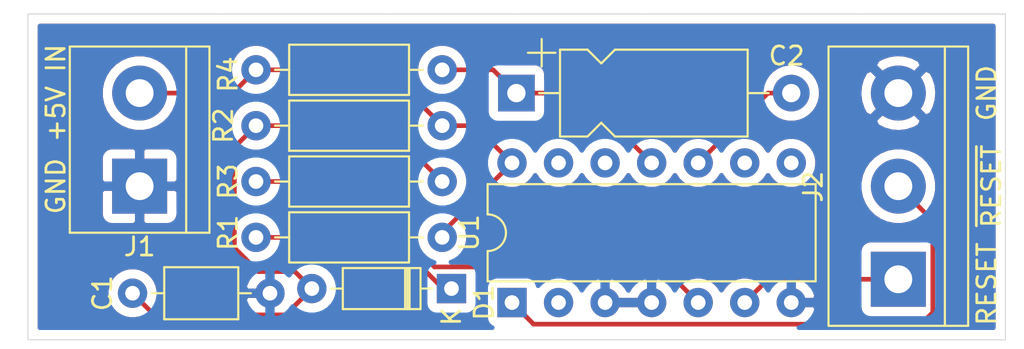
<source format=kicad_pcb>
(kicad_pcb (version 20171130) (host pcbnew "(5.1.8)-1")

  (general
    (thickness 1.6)
    (drawings 37)
    (tracks 38)
    (zones 0)
    (modules 10)
    (nets 10)
  )

  (page A4)
  (title_block
    (title "1.16 - Power-on Reset Circuit Using Monostable 74121")
    (date 2021-01-04)
    (comment 1 "Kaitlyn Wiseman")
  )

  (layers
    (0 F.Cu signal)
    (31 B.Cu signal)
    (32 B.Adhes user)
    (33 F.Adhes user)
    (34 B.Paste user)
    (35 F.Paste user)
    (36 B.SilkS user)
    (37 F.SilkS user)
    (38 B.Mask user)
    (39 F.Mask user)
    (40 Dwgs.User user)
    (41 Cmts.User user)
    (42 Eco1.User user)
    (43 Eco2.User user)
    (44 Edge.Cuts user)
    (45 Margin user)
    (46 B.CrtYd user)
    (47 F.CrtYd user)
    (48 B.Fab user)
    (49 F.Fab user hide)
  )

  (setup
    (last_trace_width 0.254)
    (trace_clearance 0.254)
    (zone_clearance 0.508)
    (zone_45_only no)
    (trace_min 0.254)
    (via_size 0.508)
    (via_drill 0.254)
    (via_min_size 0.508)
    (via_min_drill 0.254)
    (uvia_size 0.508)
    (uvia_drill 0.254)
    (uvias_allowed no)
    (uvia_min_size 0.508)
    (uvia_min_drill 0.254)
    (edge_width 0.05)
    (segment_width 0.2)
    (pcb_text_width 0.3)
    (pcb_text_size 1.5 1.5)
    (mod_edge_width 0.12)
    (mod_text_size 1 1)
    (mod_text_width 0.15)
    (pad_size 1.524 1.524)
    (pad_drill 0.762)
    (pad_to_mask_clearance 0.0508)
    (aux_axis_origin 0 0)
    (visible_elements FFFFFF7F)
    (pcbplotparams
      (layerselection 0x010fc_ffffffff)
      (usegerberextensions false)
      (usegerberattributes true)
      (usegerberadvancedattributes true)
      (creategerberjobfile true)
      (excludeedgelayer true)
      (linewidth 0.100000)
      (plotframeref false)
      (viasonmask false)
      (mode 1)
      (useauxorigin false)
      (hpglpennumber 1)
      (hpglpenspeed 20)
      (hpglpendiameter 15.000000)
      (psnegative false)
      (psa4output false)
      (plotreference true)
      (plotvalue true)
      (plotinvisibletext false)
      (padsonsilk false)
      (subtractmaskfromsilk false)
      (outputformat 1)
      (mirror false)
      (drillshape 1)
      (scaleselection 1)
      (outputdirectory ""))
  )

  (net 0 "")
  (net 1 "Net-(C1-Pad1)")
  (net 2 GND)
  (net 3 "Net-(C2-Pad1)")
  (net 4 "Net-(C2-Pad2)")
  (net 5 "Net-(D1-Pad1)")
  (net 6 +5V)
  (net 7 "Net-(J2-Pad1)")
  (net 8 "Net-(J2-Pad2)")
  (net 9 "Net-(R3-Pad1)")

  (net_class Default "This is the default net class."
    (clearance 0.254)
    (trace_width 0.254)
    (via_dia 0.508)
    (via_drill 0.254)
    (uvia_dia 0.508)
    (uvia_drill 0.254)
    (diff_pair_width 0.254)
    (diff_pair_gap 0.254)
    (add_net +5V)
    (add_net GND)
    (add_net "Net-(C1-Pad1)")
    (add_net "Net-(C2-Pad1)")
    (add_net "Net-(C2-Pad2)")
    (add_net "Net-(D1-Pad1)")
    (add_net "Net-(J2-Pad1)")
    (add_net "Net-(J2-Pad2)")
    (add_net "Net-(R3-Pad1)")
  )

  (module Capacitor_THT:C_Axial_L3.8mm_D2.6mm_P7.50mm_Horizontal (layer F.Cu) (tedit 5AE50EF0) (tstamp 5FF4220E)
    (at 139.312 94.742)
    (descr "C, Axial series, Axial, Horizontal, pin pitch=7.5mm, , length*diameter=3.8*2.6mm^2, http://www.vishay.com/docs/45231/arseries.pdf")
    (tags "C Axial series Axial Horizontal pin pitch 7.5mm  length 3.8mm diameter 2.6mm")
    (path /5FF427D6)
    (fp_text reference C1 (at -1.644 0 90) (layer F.SilkS)
      (effects (font (size 1 1) (thickness 0.15)))
    )
    (fp_text value 0.47k (at 3.75 2.42) (layer F.Fab)
      (effects (font (size 1 1) (thickness 0.15)))
    )
    (fp_line (start 8.55 -1.55) (end -1.05 -1.55) (layer F.CrtYd) (width 0.05))
    (fp_line (start 8.55 1.55) (end 8.55 -1.55) (layer F.CrtYd) (width 0.05))
    (fp_line (start -1.05 1.55) (end 8.55 1.55) (layer F.CrtYd) (width 0.05))
    (fp_line (start -1.05 -1.55) (end -1.05 1.55) (layer F.CrtYd) (width 0.05))
    (fp_line (start 6.46 0) (end 5.77 0) (layer F.SilkS) (width 0.12))
    (fp_line (start 1.04 0) (end 1.73 0) (layer F.SilkS) (width 0.12))
    (fp_line (start 5.77 -1.42) (end 1.73 -1.42) (layer F.SilkS) (width 0.12))
    (fp_line (start 5.77 1.42) (end 5.77 -1.42) (layer F.SilkS) (width 0.12))
    (fp_line (start 1.73 1.42) (end 5.77 1.42) (layer F.SilkS) (width 0.12))
    (fp_line (start 1.73 -1.42) (end 1.73 1.42) (layer F.SilkS) (width 0.12))
    (fp_line (start 7.5 0) (end 5.65 0) (layer F.Fab) (width 0.1))
    (fp_line (start 0 0) (end 1.85 0) (layer F.Fab) (width 0.1))
    (fp_line (start 5.65 -1.3) (end 1.85 -1.3) (layer F.Fab) (width 0.1))
    (fp_line (start 5.65 1.3) (end 5.65 -1.3) (layer F.Fab) (width 0.1))
    (fp_line (start 1.85 1.3) (end 5.65 1.3) (layer F.Fab) (width 0.1))
    (fp_line (start 1.85 -1.3) (end 1.85 1.3) (layer F.Fab) (width 0.1))
    (fp_text user %R (at 3.75 0) (layer F.Fab)
      (effects (font (size 0.76 0.76) (thickness 0.114)))
    )
    (pad 1 thru_hole circle (at 0 0) (size 1.6 1.6) (drill 0.8) (layers *.Cu *.Mask)
      (net 1 "Net-(C1-Pad1)"))
    (pad 2 thru_hole oval (at 7.5 0) (size 1.6 1.6) (drill 0.8) (layers *.Cu *.Mask)
      (net 2 GND))
    (model ${KISYS3DMOD}/Capacitor_THT.3dshapes/C_Axial_L3.8mm_D2.6mm_P7.50mm_Horizontal.wrl
      (at (xyz 0 0 0))
      (scale (xyz 1 1 1))
      (rotate (xyz 0 0 0))
    )
  )

  (module Capacitor_THT:CP_Axial_L10.0mm_D4.5mm_P15.00mm_Horizontal (layer F.Cu) (tedit 5AE50EF2) (tstamp 5FF42235)
    (at 160.26 83.82)
    (descr "CP, Axial series, Axial, Horizontal, pin pitch=15mm, , length*diameter=10*4.5mm^2, Electrolytic Capacitor, , http://www.vishay.com/docs/28325/021asm.pdf")
    (tags "CP Axial series Axial Horizontal pin pitch 15mm  length 10mm diameter 4.5mm Electrolytic Capacitor")
    (path /5FF47258)
    (fp_text reference C2 (at 14.746 -2.032) (layer F.SilkS)
      (effects (font (size 1 1) (thickness 0.15)))
    )
    (fp_text value 1uF (at 7.5 3.37) (layer F.Fab)
      (effects (font (size 1 1) (thickness 0.15)))
    )
    (fp_line (start 16.25 -2.5) (end -1.25 -2.5) (layer F.CrtYd) (width 0.05))
    (fp_line (start 16.25 2.5) (end 16.25 -2.5) (layer F.CrtYd) (width 0.05))
    (fp_line (start -1.25 2.5) (end 16.25 2.5) (layer F.CrtYd) (width 0.05))
    (fp_line (start -1.25 -2.5) (end -1.25 2.5) (layer F.CrtYd) (width 0.05))
    (fp_line (start 13.76 0) (end 12.62 0) (layer F.SilkS) (width 0.12))
    (fp_line (start 1.24 0) (end 2.38 0) (layer F.SilkS) (width 0.12))
    (fp_line (start 5.38 2.37) (end 12.62 2.37) (layer F.SilkS) (width 0.12))
    (fp_line (start 4.63 1.62) (end 5.38 2.37) (layer F.SilkS) (width 0.12))
    (fp_line (start 3.88 2.37) (end 4.63 1.62) (layer F.SilkS) (width 0.12))
    (fp_line (start 2.38 2.37) (end 3.88 2.37) (layer F.SilkS) (width 0.12))
    (fp_line (start 5.38 -2.37) (end 12.62 -2.37) (layer F.SilkS) (width 0.12))
    (fp_line (start 4.63 -1.62) (end 5.38 -2.37) (layer F.SilkS) (width 0.12))
    (fp_line (start 3.88 -2.37) (end 4.63 -1.62) (layer F.SilkS) (width 0.12))
    (fp_line (start 2.38 -2.37) (end 3.88 -2.37) (layer F.SilkS) (width 0.12))
    (fp_line (start 12.62 -2.37) (end 12.62 2.37) (layer F.SilkS) (width 0.12))
    (fp_line (start 2.38 -2.37) (end 2.38 2.37) (layer F.SilkS) (width 0.12))
    (fp_line (start 1.38 -2.95) (end 1.38 -1.45) (layer F.SilkS) (width 0.12))
    (fp_line (start 0.63 -2.2) (end 2.13 -2.2) (layer F.SilkS) (width 0.12))
    (fp_line (start 4.65 -0.75) (end 4.65 0.75) (layer F.Fab) (width 0.1))
    (fp_line (start 3.9 0) (end 5.4 0) (layer F.Fab) (width 0.1))
    (fp_line (start 15 0) (end 12.5 0) (layer F.Fab) (width 0.1))
    (fp_line (start 0 0) (end 2.5 0) (layer F.Fab) (width 0.1))
    (fp_line (start 5.38 2.25) (end 12.5 2.25) (layer F.Fab) (width 0.1))
    (fp_line (start 4.63 1.5) (end 5.38 2.25) (layer F.Fab) (width 0.1))
    (fp_line (start 3.88 2.25) (end 4.63 1.5) (layer F.Fab) (width 0.1))
    (fp_line (start 2.5 2.25) (end 3.88 2.25) (layer F.Fab) (width 0.1))
    (fp_line (start 5.38 -2.25) (end 12.5 -2.25) (layer F.Fab) (width 0.1))
    (fp_line (start 4.63 -1.5) (end 5.38 -2.25) (layer F.Fab) (width 0.1))
    (fp_line (start 3.88 -2.25) (end 4.63 -1.5) (layer F.Fab) (width 0.1))
    (fp_line (start 2.5 -2.25) (end 3.88 -2.25) (layer F.Fab) (width 0.1))
    (fp_line (start 12.5 -2.25) (end 12.5 2.25) (layer F.Fab) (width 0.1))
    (fp_line (start 2.5 -2.25) (end 2.5 2.25) (layer F.Fab) (width 0.1))
    (fp_text user %R (at 7.5 0) (layer F.Fab)
      (effects (font (size 1 1) (thickness 0.15)))
    )
    (pad 1 thru_hole rect (at 0 0) (size 2 2) (drill 1) (layers *.Cu *.Mask)
      (net 3 "Net-(C2-Pad1)"))
    (pad 2 thru_hole oval (at 15 0) (size 2 2) (drill 1) (layers *.Cu *.Mask)
      (net 4 "Net-(C2-Pad2)"))
    (model ${KISYS3DMOD}/Capacitor_THT.3dshapes/CP_Axial_L10.0mm_D4.5mm_P15.00mm_Horizontal.wrl
      (at (xyz 0 0 0))
      (scale (xyz 1 1 1))
      (rotate (xyz 0 0 0))
    )
  )

  (module Diode_THT:D_DO-35_SOD27_P7.62mm_Horizontal (layer F.Cu) (tedit 5AE50CD5) (tstamp 5FF427E5)
    (at 156.718 94.488 180)
    (descr "Diode, DO-35_SOD27 series, Axial, Horizontal, pin pitch=7.62mm, , length*diameter=4*2mm^2, , http://www.diodes.com/_files/packages/DO-35.pdf")
    (tags "Diode DO-35_SOD27 series Axial Horizontal pin pitch 7.62mm  length 4mm diameter 2mm")
    (path /5FF41F08)
    (fp_text reference D1 (at -1.778 -0.762 270) (layer F.SilkS)
      (effects (font (size 1 1) (thickness 0.15)))
    )
    (fp_text value 1N914 (at 3.81 2.12) (layer F.Fab)
      (effects (font (size 1 1) (thickness 0.15)))
    )
    (fp_line (start 8.67 -1.25) (end -1.05 -1.25) (layer F.CrtYd) (width 0.05))
    (fp_line (start 8.67 1.25) (end 8.67 -1.25) (layer F.CrtYd) (width 0.05))
    (fp_line (start -1.05 1.25) (end 8.67 1.25) (layer F.CrtYd) (width 0.05))
    (fp_line (start -1.05 -1.25) (end -1.05 1.25) (layer F.CrtYd) (width 0.05))
    (fp_line (start 2.29 -1.12) (end 2.29 1.12) (layer F.SilkS) (width 0.12))
    (fp_line (start 2.53 -1.12) (end 2.53 1.12) (layer F.SilkS) (width 0.12))
    (fp_line (start 2.41 -1.12) (end 2.41 1.12) (layer F.SilkS) (width 0.12))
    (fp_line (start 6.58 0) (end 5.93 0) (layer F.SilkS) (width 0.12))
    (fp_line (start 1.04 0) (end 1.69 0) (layer F.SilkS) (width 0.12))
    (fp_line (start 5.93 -1.12) (end 1.69 -1.12) (layer F.SilkS) (width 0.12))
    (fp_line (start 5.93 1.12) (end 5.93 -1.12) (layer F.SilkS) (width 0.12))
    (fp_line (start 1.69 1.12) (end 5.93 1.12) (layer F.SilkS) (width 0.12))
    (fp_line (start 1.69 -1.12) (end 1.69 1.12) (layer F.SilkS) (width 0.12))
    (fp_line (start 2.31 -1) (end 2.31 1) (layer F.Fab) (width 0.1))
    (fp_line (start 2.51 -1) (end 2.51 1) (layer F.Fab) (width 0.1))
    (fp_line (start 2.41 -1) (end 2.41 1) (layer F.Fab) (width 0.1))
    (fp_line (start 7.62 0) (end 5.81 0) (layer F.Fab) (width 0.1))
    (fp_line (start 0 0) (end 1.81 0) (layer F.Fab) (width 0.1))
    (fp_line (start 5.81 -1) (end 1.81 -1) (layer F.Fab) (width 0.1))
    (fp_line (start 5.81 1) (end 5.81 -1) (layer F.Fab) (width 0.1))
    (fp_line (start 1.81 1) (end 5.81 1) (layer F.Fab) (width 0.1))
    (fp_line (start 1.81 -1) (end 1.81 1) (layer F.Fab) (width 0.1))
    (fp_text user %R (at 4.11 0) (layer F.Fab)
      (effects (font (size 0.8 0.8) (thickness 0.12)))
    )
    (fp_text user K (at 0 -1.8) (layer F.Fab)
      (effects (font (size 1 1) (thickness 0.15)))
    )
    (fp_text user K (at 0 -1.524 90) (layer F.SilkS)
      (effects (font (size 1 1) (thickness 0.15)))
    )
    (pad 1 thru_hole rect (at 0 0 180) (size 1.6 1.6) (drill 0.8) (layers *.Cu *.Mask)
      (net 5 "Net-(D1-Pad1)"))
    (pad 2 thru_hole oval (at 7.62 0 180) (size 1.6 1.6) (drill 0.8) (layers *.Cu *.Mask)
      (net 1 "Net-(C1-Pad1)"))
    (model ${KISYS3DMOD}/Diode_THT.3dshapes/D_DO-35_SOD27_P7.62mm_Horizontal.wrl
      (at (xyz 0 0 0))
      (scale (xyz 1 1 1))
      (rotate (xyz 0 0 0))
    )
  )

  (module TerminalBlock:TerminalBlock_bornier-2_P5.08mm (layer F.Cu) (tedit 59FF03AB) (tstamp 5FF42269)
    (at 139.7 88.9 90)
    (descr "simple 2-pin terminal block, pitch 5.08mm, revamped version of bornier2")
    (tags "terminal block bornier2")
    (path /5FF3DCB6)
    (fp_text reference J1 (at -3.302 0 180) (layer F.SilkS)
      (effects (font (size 1 1) (thickness 0.15)))
    )
    (fp_text value Screw_Terminal_01x02 (at 2.54 5.08 90) (layer F.Fab)
      (effects (font (size 1 1) (thickness 0.15)))
    )
    (fp_line (start 7.79 4) (end -2.71 4) (layer F.CrtYd) (width 0.05))
    (fp_line (start 7.79 4) (end 7.79 -4) (layer F.CrtYd) (width 0.05))
    (fp_line (start -2.71 -4) (end -2.71 4) (layer F.CrtYd) (width 0.05))
    (fp_line (start -2.71 -4) (end 7.79 -4) (layer F.CrtYd) (width 0.05))
    (fp_line (start -2.54 3.81) (end 7.62 3.81) (layer F.SilkS) (width 0.12))
    (fp_line (start -2.54 -3.81) (end -2.54 3.81) (layer F.SilkS) (width 0.12))
    (fp_line (start 7.62 -3.81) (end -2.54 -3.81) (layer F.SilkS) (width 0.12))
    (fp_line (start 7.62 3.81) (end 7.62 -3.81) (layer F.SilkS) (width 0.12))
    (fp_line (start 7.62 2.54) (end -2.54 2.54) (layer F.SilkS) (width 0.12))
    (fp_line (start 7.54 -3.75) (end -2.46 -3.75) (layer F.Fab) (width 0.1))
    (fp_line (start 7.54 3.75) (end 7.54 -3.75) (layer F.Fab) (width 0.1))
    (fp_line (start -2.46 3.75) (end 7.54 3.75) (layer F.Fab) (width 0.1))
    (fp_line (start -2.46 -3.75) (end -2.46 3.75) (layer F.Fab) (width 0.1))
    (fp_line (start -2.41 2.55) (end 7.49 2.55) (layer F.Fab) (width 0.1))
    (fp_text user %R (at 2.54 0 90) (layer F.Fab)
      (effects (font (size 1 1) (thickness 0.15)))
    )
    (pad 1 thru_hole rect (at 0 0 90) (size 3 3) (drill 1.52) (layers *.Cu *.Mask)
      (net 2 GND))
    (pad 2 thru_hole circle (at 5.08 0 90) (size 3 3) (drill 1.52) (layers *.Cu *.Mask)
      (net 6 +5V))
    (model ${KISYS3DMOD}/TerminalBlock.3dshapes/TerminalBlock_bornier-2_P5.08mm.wrl
      (offset (xyz 2.539999961853027 0 0))
      (scale (xyz 1 1 1))
      (rotate (xyz 0 0 0))
    )
  )

  (module TerminalBlock:TerminalBlock_bornier-3_P5.08mm (layer F.Cu) (tedit 59FF03B9) (tstamp 5FF42A9C)
    (at 181.102 93.98 90)
    (descr "simple 3-pin terminal block, pitch 5.08mm, revamped version of bornier3")
    (tags "terminal block bornier3")
    (path /5FF3EBD7)
    (fp_text reference J2 (at 5.05 -4.65 90) (layer F.SilkS)
      (effects (font (size 1 1) (thickness 0.15)))
    )
    (fp_text value Screw_Terminal_01x03 (at 5.08 5.08 90) (layer F.Fab)
      (effects (font (size 1 1) (thickness 0.15)))
    )
    (fp_line (start 12.88 4) (end -2.72 4) (layer F.CrtYd) (width 0.05))
    (fp_line (start 12.88 4) (end 12.88 -4) (layer F.CrtYd) (width 0.05))
    (fp_line (start -2.72 -4) (end -2.72 4) (layer F.CrtYd) (width 0.05))
    (fp_line (start -2.72 -4) (end 12.88 -4) (layer F.CrtYd) (width 0.05))
    (fp_line (start -2.54 3.81) (end 12.7 3.81) (layer F.SilkS) (width 0.12))
    (fp_line (start -2.54 -3.81) (end 12.7 -3.81) (layer F.SilkS) (width 0.12))
    (fp_line (start -2.54 2.54) (end 12.7 2.54) (layer F.SilkS) (width 0.12))
    (fp_line (start 12.7 3.81) (end 12.7 -3.81) (layer F.SilkS) (width 0.12))
    (fp_line (start -2.54 3.81) (end -2.54 -3.81) (layer F.SilkS) (width 0.12))
    (fp_line (start -2.47 3.75) (end -2.47 -3.75) (layer F.Fab) (width 0.1))
    (fp_line (start 12.63 3.75) (end -2.47 3.75) (layer F.Fab) (width 0.1))
    (fp_line (start 12.63 -3.75) (end 12.63 3.75) (layer F.Fab) (width 0.1))
    (fp_line (start -2.47 -3.75) (end 12.63 -3.75) (layer F.Fab) (width 0.1))
    (fp_line (start -2.47 2.55) (end 12.63 2.55) (layer F.Fab) (width 0.1))
    (fp_text user %R (at 5.08 0 90) (layer F.Fab)
      (effects (font (size 1 1) (thickness 0.15)))
    )
    (pad 1 thru_hole rect (at 0 0 90) (size 3 3) (drill 1.52) (layers *.Cu *.Mask)
      (net 7 "Net-(J2-Pad1)"))
    (pad 2 thru_hole circle (at 5.08 0 90) (size 3 3) (drill 1.52) (layers *.Cu *.Mask)
      (net 8 "Net-(J2-Pad2)"))
    (pad 3 thru_hole circle (at 10.16 0 90) (size 3 3) (drill 1.52) (layers *.Cu *.Mask)
      (net 2 GND))
    (model ${KISYS3DMOD}/TerminalBlock.3dshapes/TerminalBlock_bornier-3_P5.08mm.wrl
      (offset (xyz 5.079999923706055 0 0))
      (scale (xyz 1 1 1))
      (rotate (xyz 0 0 0))
    )
  )

  (module Resistor_THT:R_Axial_DIN0207_L6.3mm_D2.5mm_P10.16mm_Horizontal (layer F.Cu) (tedit 5AE5139B) (tstamp 5FF42296)
    (at 146.05 91.694)
    (descr "Resistor, Axial_DIN0207 series, Axial, Horizontal, pin pitch=10.16mm, 0.25W = 1/4W, length*diameter=6.3*2.5mm^2, http://cdn-reichelt.de/documents/datenblatt/B400/1_4W%23YAG.pdf")
    (tags "Resistor Axial_DIN0207 series Axial Horizontal pin pitch 10.16mm 0.25W = 1/4W length 6.3mm diameter 2.5mm")
    (path /5FF41AF3)
    (fp_text reference R1 (at -1.524 -0.254 90) (layer F.SilkS)
      (effects (font (size 1 1) (thickness 0.15)))
    )
    (fp_text value 220 (at 5.08 2.37) (layer F.Fab)
      (effects (font (size 1 1) (thickness 0.15)))
    )
    (fp_line (start 11.21 -1.5) (end -1.05 -1.5) (layer F.CrtYd) (width 0.05))
    (fp_line (start 11.21 1.5) (end 11.21 -1.5) (layer F.CrtYd) (width 0.05))
    (fp_line (start -1.05 1.5) (end 11.21 1.5) (layer F.CrtYd) (width 0.05))
    (fp_line (start -1.05 -1.5) (end -1.05 1.5) (layer F.CrtYd) (width 0.05))
    (fp_line (start 9.12 0) (end 8.35 0) (layer F.SilkS) (width 0.12))
    (fp_line (start 1.04 0) (end 1.81 0) (layer F.SilkS) (width 0.12))
    (fp_line (start 8.35 -1.37) (end 1.81 -1.37) (layer F.SilkS) (width 0.12))
    (fp_line (start 8.35 1.37) (end 8.35 -1.37) (layer F.SilkS) (width 0.12))
    (fp_line (start 1.81 1.37) (end 8.35 1.37) (layer F.SilkS) (width 0.12))
    (fp_line (start 1.81 -1.37) (end 1.81 1.37) (layer F.SilkS) (width 0.12))
    (fp_line (start 10.16 0) (end 8.23 0) (layer F.Fab) (width 0.1))
    (fp_line (start 0 0) (end 1.93 0) (layer F.Fab) (width 0.1))
    (fp_line (start 8.23 -1.25) (end 1.93 -1.25) (layer F.Fab) (width 0.1))
    (fp_line (start 8.23 1.25) (end 8.23 -1.25) (layer F.Fab) (width 0.1))
    (fp_line (start 1.93 1.25) (end 8.23 1.25) (layer F.Fab) (width 0.1))
    (fp_line (start 1.93 -1.25) (end 1.93 1.25) (layer F.Fab) (width 0.1))
    (fp_text user %R (at 5.08 0) (layer F.Fab)
      (effects (font (size 1 1) (thickness 0.15)))
    )
    (pad 1 thru_hole circle (at 0 0) (size 1.6 1.6) (drill 0.8) (layers *.Cu *.Mask)
      (net 5 "Net-(D1-Pad1)"))
    (pad 2 thru_hole oval (at 10.16 0) (size 1.6 1.6) (drill 0.8) (layers *.Cu *.Mask)
      (net 6 +5V))
    (model ${KISYS3DMOD}/Resistor_THT.3dshapes/R_Axial_DIN0207_L6.3mm_D2.5mm_P10.16mm_Horizontal.wrl
      (at (xyz 0 0 0))
      (scale (xyz 1 1 1))
      (rotate (xyz 0 0 0))
    )
  )

  (module Resistor_THT:R_Axial_DIN0207_L6.3mm_D2.5mm_P10.16mm_Horizontal (layer F.Cu) (tedit 5AE5139B) (tstamp 5FF42997)
    (at 146.05 85.598)
    (descr "Resistor, Axial_DIN0207 series, Axial, Horizontal, pin pitch=10.16mm, 0.25W = 1/4W, length*diameter=6.3*2.5mm^2, http://cdn-reichelt.de/documents/datenblatt/B400/1_4W%23YAG.pdf")
    (tags "Resistor Axial_DIN0207 series Axial Horizontal pin pitch 10.16mm 0.25W = 1/4W length 6.3mm diameter 2.5mm")
    (path /5FF41701)
    (fp_text reference R2 (at -1.778 0 90) (layer F.SilkS)
      (effects (font (size 1 1) (thickness 0.15)))
    )
    (fp_text value 100k (at 5.08 2.37) (layer F.Fab)
      (effects (font (size 1 1) (thickness 0.15)))
    )
    (fp_text user %R (at 5.08 0) (layer F.Fab)
      (effects (font (size 1 1) (thickness 0.15)))
    )
    (fp_line (start 1.93 -1.25) (end 1.93 1.25) (layer F.Fab) (width 0.1))
    (fp_line (start 1.93 1.25) (end 8.23 1.25) (layer F.Fab) (width 0.1))
    (fp_line (start 8.23 1.25) (end 8.23 -1.25) (layer F.Fab) (width 0.1))
    (fp_line (start 8.23 -1.25) (end 1.93 -1.25) (layer F.Fab) (width 0.1))
    (fp_line (start 0 0) (end 1.93 0) (layer F.Fab) (width 0.1))
    (fp_line (start 10.16 0) (end 8.23 0) (layer F.Fab) (width 0.1))
    (fp_line (start 1.81 -1.37) (end 1.81 1.37) (layer F.SilkS) (width 0.12))
    (fp_line (start 1.81 1.37) (end 8.35 1.37) (layer F.SilkS) (width 0.12))
    (fp_line (start 8.35 1.37) (end 8.35 -1.37) (layer F.SilkS) (width 0.12))
    (fp_line (start 8.35 -1.37) (end 1.81 -1.37) (layer F.SilkS) (width 0.12))
    (fp_line (start 1.04 0) (end 1.81 0) (layer F.SilkS) (width 0.12))
    (fp_line (start 9.12 0) (end 8.35 0) (layer F.SilkS) (width 0.12))
    (fp_line (start -1.05 -1.5) (end -1.05 1.5) (layer F.CrtYd) (width 0.05))
    (fp_line (start -1.05 1.5) (end 11.21 1.5) (layer F.CrtYd) (width 0.05))
    (fp_line (start 11.21 1.5) (end 11.21 -1.5) (layer F.CrtYd) (width 0.05))
    (fp_line (start 11.21 -1.5) (end -1.05 -1.5) (layer F.CrtYd) (width 0.05))
    (pad 2 thru_hole oval (at 10.16 0) (size 1.6 1.6) (drill 0.8) (layers *.Cu *.Mask)
      (net 6 +5V))
    (pad 1 thru_hole circle (at 0 0) (size 1.6 1.6) (drill 0.8) (layers *.Cu *.Mask)
      (net 1 "Net-(C1-Pad1)"))
    (model ${KISYS3DMOD}/Resistor_THT.3dshapes/R_Axial_DIN0207_L6.3mm_D2.5mm_P10.16mm_Horizontal.wrl
      (at (xyz 0 0 0))
      (scale (xyz 1 1 1))
      (rotate (xyz 0 0 0))
    )
  )

  (module Resistor_THT:R_Axial_DIN0207_L6.3mm_D2.5mm_P10.16mm_Horizontal (layer F.Cu) (tedit 5AE5139B) (tstamp 5FF42A1B)
    (at 146.05 88.646)
    (descr "Resistor, Axial_DIN0207 series, Axial, Horizontal, pin pitch=10.16mm, 0.25W = 1/4W, length*diameter=6.3*2.5mm^2, http://cdn-reichelt.de/documents/datenblatt/B400/1_4W%23YAG.pdf")
    (tags "Resistor Axial_DIN0207 series Axial Horizontal pin pitch 10.16mm 0.25W = 1/4W length 6.3mm diameter 2.5mm")
    (path /5FF41282)
    (fp_text reference R3 (at -1.524 0 90) (layer F.SilkS)
      (effects (font (size 1 1) (thickness 0.15)))
    )
    (fp_text value 4.7k (at 5.08 2.37) (layer F.Fab)
      (effects (font (size 1 1) (thickness 0.15)))
    )
    (fp_line (start 11.21 -1.5) (end -1.05 -1.5) (layer F.CrtYd) (width 0.05))
    (fp_line (start 11.21 1.5) (end 11.21 -1.5) (layer F.CrtYd) (width 0.05))
    (fp_line (start -1.05 1.5) (end 11.21 1.5) (layer F.CrtYd) (width 0.05))
    (fp_line (start -1.05 -1.5) (end -1.05 1.5) (layer F.CrtYd) (width 0.05))
    (fp_line (start 9.12 0) (end 8.35 0) (layer F.SilkS) (width 0.12))
    (fp_line (start 1.04 0) (end 1.81 0) (layer F.SilkS) (width 0.12))
    (fp_line (start 8.35 -1.37) (end 1.81 -1.37) (layer F.SilkS) (width 0.12))
    (fp_line (start 8.35 1.37) (end 8.35 -1.37) (layer F.SilkS) (width 0.12))
    (fp_line (start 1.81 1.37) (end 8.35 1.37) (layer F.SilkS) (width 0.12))
    (fp_line (start 1.81 -1.37) (end 1.81 1.37) (layer F.SilkS) (width 0.12))
    (fp_line (start 10.16 0) (end 8.23 0) (layer F.Fab) (width 0.1))
    (fp_line (start 0 0) (end 1.93 0) (layer F.Fab) (width 0.1))
    (fp_line (start 8.23 -1.25) (end 1.93 -1.25) (layer F.Fab) (width 0.1))
    (fp_line (start 8.23 1.25) (end 8.23 -1.25) (layer F.Fab) (width 0.1))
    (fp_line (start 1.93 1.25) (end 8.23 1.25) (layer F.Fab) (width 0.1))
    (fp_line (start 1.93 -1.25) (end 1.93 1.25) (layer F.Fab) (width 0.1))
    (fp_text user %R (at 5.08 0) (layer F.Fab)
      (effects (font (size 1 1) (thickness 0.15)))
    )
    (pad 1 thru_hole circle (at 0 0) (size 1.6 1.6) (drill 0.8) (layers *.Cu *.Mask)
      (net 9 "Net-(R3-Pad1)"))
    (pad 2 thru_hole oval (at 10.16 0) (size 1.6 1.6) (drill 0.8) (layers *.Cu *.Mask)
      (net 1 "Net-(C1-Pad1)"))
    (model ${KISYS3DMOD}/Resistor_THT.3dshapes/R_Axial_DIN0207_L6.3mm_D2.5mm_P10.16mm_Horizontal.wrl
      (at (xyz 0 0 0))
      (scale (xyz 1 1 1))
      (rotate (xyz 0 0 0))
    )
  )

  (module Resistor_THT:R_Axial_DIN0207_L6.3mm_D2.5mm_P10.16mm_Horizontal (layer F.Cu) (tedit 5AE5139B) (tstamp 5FF429D9)
    (at 146.05 82.55)
    (descr "Resistor, Axial_DIN0207 series, Axial, Horizontal, pin pitch=10.16mm, 0.25W = 1/4W, length*diameter=6.3*2.5mm^2, http://cdn-reichelt.de/documents/datenblatt/B400/1_4W%23YAG.pdf")
    (tags "Resistor Axial_DIN0207 series Axial Horizontal pin pitch 10.16mm 0.25W = 1/4W length 6.3mm diameter 2.5mm")
    (path /5FF466B6)
    (fp_text reference R4 (at -1.524 0.254 90) (layer F.SilkS)
      (effects (font (size 1 1) (thickness 0.15)))
    )
    (fp_text value 15k (at 5.08 2.37) (layer F.Fab)
      (effects (font (size 1 1) (thickness 0.15)))
    )
    (fp_text user %R (at 5.08 0) (layer F.Fab)
      (effects (font (size 1 1) (thickness 0.15)))
    )
    (fp_line (start 1.93 -1.25) (end 1.93 1.25) (layer F.Fab) (width 0.1))
    (fp_line (start 1.93 1.25) (end 8.23 1.25) (layer F.Fab) (width 0.1))
    (fp_line (start 8.23 1.25) (end 8.23 -1.25) (layer F.Fab) (width 0.1))
    (fp_line (start 8.23 -1.25) (end 1.93 -1.25) (layer F.Fab) (width 0.1))
    (fp_line (start 0 0) (end 1.93 0) (layer F.Fab) (width 0.1))
    (fp_line (start 10.16 0) (end 8.23 0) (layer F.Fab) (width 0.1))
    (fp_line (start 1.81 -1.37) (end 1.81 1.37) (layer F.SilkS) (width 0.12))
    (fp_line (start 1.81 1.37) (end 8.35 1.37) (layer F.SilkS) (width 0.12))
    (fp_line (start 8.35 1.37) (end 8.35 -1.37) (layer F.SilkS) (width 0.12))
    (fp_line (start 8.35 -1.37) (end 1.81 -1.37) (layer F.SilkS) (width 0.12))
    (fp_line (start 1.04 0) (end 1.81 0) (layer F.SilkS) (width 0.12))
    (fp_line (start 9.12 0) (end 8.35 0) (layer F.SilkS) (width 0.12))
    (fp_line (start -1.05 -1.5) (end -1.05 1.5) (layer F.CrtYd) (width 0.05))
    (fp_line (start -1.05 1.5) (end 11.21 1.5) (layer F.CrtYd) (width 0.05))
    (fp_line (start 11.21 1.5) (end 11.21 -1.5) (layer F.CrtYd) (width 0.05))
    (fp_line (start 11.21 -1.5) (end -1.05 -1.5) (layer F.CrtYd) (width 0.05))
    (pad 2 thru_hole oval (at 10.16 0) (size 1.6 1.6) (drill 0.8) (layers *.Cu *.Mask)
      (net 3 "Net-(C2-Pad1)"))
    (pad 1 thru_hole circle (at 0 0) (size 1.6 1.6) (drill 0.8) (layers *.Cu *.Mask)
      (net 6 +5V))
    (model ${KISYS3DMOD}/Resistor_THT.3dshapes/R_Axial_DIN0207_L6.3mm_D2.5mm_P10.16mm_Horizontal.wrl
      (at (xyz 0 0 0))
      (scale (xyz 1 1 1))
      (rotate (xyz 0 0 0))
    )
  )

  (module Package_DIP:DIP-14_W7.62mm (layer F.Cu) (tedit 5A02E8C5) (tstamp 5FF422FD)
    (at 160.02 95.25 90)
    (descr "14-lead though-hole mounted DIP package, row spacing 7.62 mm (300 mils)")
    (tags "THT DIP DIL PDIP 2.54mm 7.62mm 300mil")
    (path /5FF3CC73)
    (fp_text reference U1 (at 3.81 -2.33 90) (layer F.SilkS)
      (effects (font (size 1 1) (thickness 0.15)))
    )
    (fp_text value SN74121 (at 3.81 17.57 90) (layer F.Fab)
      (effects (font (size 1 1) (thickness 0.15)))
    )
    (fp_line (start 8.7 -1.55) (end -1.1 -1.55) (layer F.CrtYd) (width 0.05))
    (fp_line (start 8.7 16.8) (end 8.7 -1.55) (layer F.CrtYd) (width 0.05))
    (fp_line (start -1.1 16.8) (end 8.7 16.8) (layer F.CrtYd) (width 0.05))
    (fp_line (start -1.1 -1.55) (end -1.1 16.8) (layer F.CrtYd) (width 0.05))
    (fp_line (start 6.46 -1.33) (end 4.81 -1.33) (layer F.SilkS) (width 0.12))
    (fp_line (start 6.46 16.57) (end 6.46 -1.33) (layer F.SilkS) (width 0.12))
    (fp_line (start 1.16 16.57) (end 6.46 16.57) (layer F.SilkS) (width 0.12))
    (fp_line (start 1.16 -1.33) (end 1.16 16.57) (layer F.SilkS) (width 0.12))
    (fp_line (start 2.81 -1.33) (end 1.16 -1.33) (layer F.SilkS) (width 0.12))
    (fp_line (start 0.635 -0.27) (end 1.635 -1.27) (layer F.Fab) (width 0.1))
    (fp_line (start 0.635 16.51) (end 0.635 -0.27) (layer F.Fab) (width 0.1))
    (fp_line (start 6.985 16.51) (end 0.635 16.51) (layer F.Fab) (width 0.1))
    (fp_line (start 6.985 -1.27) (end 6.985 16.51) (layer F.Fab) (width 0.1))
    (fp_line (start 1.635 -1.27) (end 6.985 -1.27) (layer F.Fab) (width 0.1))
    (fp_arc (start 3.81 -1.33) (end 2.81 -1.33) (angle -180) (layer F.SilkS) (width 0.12))
    (fp_text user %R (at 3.81 7.62 90) (layer F.Fab)
      (effects (font (size 1 1) (thickness 0.15)))
    )
    (pad 1 thru_hole rect (at 0 0 90) (size 1.6 1.6) (drill 0.8) (layers *.Cu *.Mask)
      (net 8 "Net-(J2-Pad2)"))
    (pad 8 thru_hole oval (at 7.62 15.24 90) (size 1.6 1.6) (drill 0.8) (layers *.Cu *.Mask))
    (pad 2 thru_hole oval (at 0 2.54 90) (size 1.6 1.6) (drill 0.8) (layers *.Cu *.Mask))
    (pad 9 thru_hole oval (at 7.62 12.7 90) (size 1.6 1.6) (drill 0.8) (layers *.Cu *.Mask))
    (pad 3 thru_hole oval (at 0 5.08 90) (size 1.6 1.6) (drill 0.8) (layers *.Cu *.Mask)
      (net 2 GND))
    (pad 10 thru_hole oval (at 7.62 10.16 90) (size 1.6 1.6) (drill 0.8) (layers *.Cu *.Mask)
      (net 4 "Net-(C2-Pad2)"))
    (pad 4 thru_hole oval (at 0 7.62 90) (size 1.6 1.6) (drill 0.8) (layers *.Cu *.Mask)
      (net 2 GND))
    (pad 11 thru_hole oval (at 7.62 7.62 90) (size 1.6 1.6) (drill 0.8) (layers *.Cu *.Mask)
      (net 3 "Net-(C2-Pad1)"))
    (pad 5 thru_hole oval (at 0 10.16 90) (size 1.6 1.6) (drill 0.8) (layers *.Cu *.Mask)
      (net 9 "Net-(R3-Pad1)"))
    (pad 12 thru_hole oval (at 7.62 5.08 90) (size 1.6 1.6) (drill 0.8) (layers *.Cu *.Mask))
    (pad 6 thru_hole oval (at 0 12.7 90) (size 1.6 1.6) (drill 0.8) (layers *.Cu *.Mask)
      (net 7 "Net-(J2-Pad1)"))
    (pad 13 thru_hole oval (at 7.62 2.54 90) (size 1.6 1.6) (drill 0.8) (layers *.Cu *.Mask))
    (pad 7 thru_hole oval (at 0 15.24 90) (size 1.6 1.6) (drill 0.8) (layers *.Cu *.Mask)
      (net 2 GND))
    (pad 14 thru_hole oval (at 7.62 0 90) (size 1.6 1.6) (drill 0.8) (layers *.Cu *.Mask)
      (net 6 +5V))
    (model ${KISYS3DMOD}/Package_DIP.3dshapes/DIP-14_W7.62mm.wrl
      (at (xyz 0 0 0))
      (scale (xyz 1 1 1))
      (rotate (xyz 0 0 0))
    )
  )

  (gr_line (start 133.604 79.502) (end 133.604 80.518) (layer Edge.Cuts) (width 0.05) (tstamp 5FF42DFE))
  (gr_line (start 135.128 79.502) (end 133.604 79.502) (layer Edge.Cuts) (width 0.05))
  (gr_line (start 144.018 79.502) (end 135.128 79.502) (layer Edge.Cuts) (width 0.05))
  (gr_line (start 153.162 79.502) (end 144.018 79.502) (layer Edge.Cuts) (width 0.05))
  (gr_line (start 160.274 79.502) (end 153.162 79.502) (layer Edge.Cuts) (width 0.05))
  (gr_line (start 167.132 79.502) (end 160.274 79.502) (layer Edge.Cuts) (width 0.05))
  (gr_line (start 178.816 79.502) (end 167.132 79.502) (layer Edge.Cuts) (width 0.05))
  (gr_line (start 186.944 79.502) (end 178.816 79.502) (layer Edge.Cuts) (width 0.05))
  (gr_line (start 186.944 80.772) (end 186.944 79.502) (layer Edge.Cuts) (width 0.05))
  (gr_line (start 186.944 82.296) (end 186.944 80.772) (layer Edge.Cuts) (width 0.05))
  (gr_line (start 186.944 94.234) (end 186.944 82.296) (layer Edge.Cuts) (width 0.05))
  (gr_line (start 186.944 97.282) (end 186.944 94.234) (layer Edge.Cuts) (width 0.05))
  (gr_line (start 179.832 97.282) (end 186.944 97.282) (layer Edge.Cuts) (width 0.05))
  (gr_line (start 176.53 97.282) (end 179.832 97.282) (layer Edge.Cuts) (width 0.05))
  (gr_line (start 172.72 97.282) (end 176.53 97.282) (layer Edge.Cuts) (width 0.05))
  (gr_line (start 168.402 97.282) (end 172.72 97.282) (layer Edge.Cuts) (width 0.05))
  (gr_line (start 165.354 97.282) (end 168.402 97.282) (layer Edge.Cuts) (width 0.05))
  (gr_line (start 161.544 97.282) (end 165.354 97.282) (layer Edge.Cuts) (width 0.05))
  (gr_line (start 158.496 97.282) (end 161.544 97.282) (layer Edge.Cuts) (width 0.05))
  (gr_line (start 155.702 97.282) (end 158.496 97.282) (layer Edge.Cuts) (width 0.05))
  (gr_line (start 151.384 97.282) (end 155.702 97.282) (layer Edge.Cuts) (width 0.05))
  (gr_line (start 148.59 97.282) (end 151.384 97.282) (layer Edge.Cuts) (width 0.05))
  (gr_line (start 142.494 97.282) (end 148.59 97.282) (layer Edge.Cuts) (width 0.05))
  (gr_line (start 138.43 97.282) (end 142.494 97.282) (layer Edge.Cuts) (width 0.05))
  (gr_line (start 133.604 97.282) (end 138.43 97.282) (layer Edge.Cuts) (width 0.05))
  (gr_line (start 133.604 97.028) (end 133.604 97.282) (layer Edge.Cuts) (width 0.05))
  (gr_line (start 133.604 95.758) (end 133.604 97.028) (layer Edge.Cuts) (width 0.05))
  (gr_line (start 133.604 92.964) (end 133.604 95.758) (layer Edge.Cuts) (width 0.05))
  (gr_line (start 133.604 90.424) (end 133.604 92.964) (layer Edge.Cuts) (width 0.05))
  (gr_line (start 133.604 89.154) (end 133.604 90.424) (layer Edge.Cuts) (width 0.05))
  (gr_line (start 133.604 85.598) (end 133.604 89.154) (layer Edge.Cuts) (width 0.05))
  (gr_line (start 133.604 80.518) (end 133.604 85.598) (layer Edge.Cuts) (width 0.05))
  (gr_text GND (at 135.128 88.9 90) (layer F.SilkS)
    (effects (font (size 1 1) (thickness 0.15)))
  )
  (gr_text "+5V IN" (at 135.128 83.82 90) (layer F.SilkS)
    (effects (font (size 1 1) (thickness 0.15)))
  )
  (gr_text RESET (at 185.928 94.234 90) (layer F.SilkS)
    (effects (font (size 1 1) (thickness 0.15)))
  )
  (gr_text ~RESET (at 186.182 88.9 90) (layer F.SilkS)
    (effects (font (size 1 1) (thickness 0.15)))
  )
  (gr_text GND (at 185.928 83.82 90) (layer F.SilkS)
    (effects (font (size 1 1) (thickness 0.15)))
  )

  (segment (start 144.868999 86.779001) (end 146.05 85.598) (width 0.254) (layer F.Cu) (net 1))
  (segment (start 144.868999 92.260881) (end 144.868999 86.779001) (width 0.254) (layer F.Cu) (net 1))
  (segment (start 146.169117 93.560999) (end 144.868999 92.260881) (width 0.254) (layer F.Cu) (net 1))
  (segment (start 148.170999 93.560999) (end 146.169117 93.560999) (width 0.254) (layer F.Cu) (net 1))
  (segment (start 149.098 94.488) (end 148.170999 93.560999) (width 0.254) (layer F.Cu) (net 1))
  (segment (start 153.162 85.598) (end 156.21 88.646) (width 0.254) (layer F.Cu) (net 1))
  (segment (start 146.05 85.598) (end 153.162 85.598) (width 0.254) (layer F.Cu) (net 1))
  (segment (start 147.662999 95.923001) (end 149.098 94.488) (width 0.254) (layer F.Cu) (net 1))
  (segment (start 140.493001 95.923001) (end 147.662999 95.923001) (width 0.254) (layer F.Cu) (net 1))
  (segment (start 139.312 94.742) (end 140.493001 95.923001) (width 0.254) (layer F.Cu) (net 1))
  (segment (start 158.99 82.55) (end 160.26 83.82) (width 0.254) (layer F.Cu) (net 3))
  (segment (start 156.21 82.55) (end 158.99 82.55) (width 0.254) (layer F.Cu) (net 3))
  (segment (start 163.83 83.82) (end 167.64 87.63) (width 0.254) (layer F.Cu) (net 3))
  (segment (start 160.26 83.82) (end 163.83 83.82) (width 0.254) (layer F.Cu) (net 3))
  (segment (start 173.99 83.82) (end 175.26 83.82) (width 0.254) (layer F.Cu) (net 4))
  (segment (start 170.18 87.63) (end 173.99 83.82) (width 0.254) (layer F.Cu) (net 4))
  (segment (start 156.253566 94.488) (end 156.718 94.488) (width 0.254) (layer F.Cu) (net 5))
  (segment (start 153.459566 91.694) (end 156.253566 94.488) (width 0.254) (layer F.Cu) (net 5))
  (segment (start 146.05 91.694) (end 153.459566 91.694) (width 0.254) (layer F.Cu) (net 5))
  (segment (start 153.162 82.55) (end 156.21 85.598) (width 0.254) (layer F.Cu) (net 6))
  (segment (start 146.05 82.55) (end 153.162 82.55) (width 0.254) (layer F.Cu) (net 6))
  (segment (start 156.21 91.44) (end 156.21 91.694) (width 0.254) (layer F.Cu) (net 6))
  (segment (start 160.02 87.63) (end 156.21 91.44) (width 0.254) (layer F.Cu) (net 6))
  (segment (start 157.988 85.598) (end 160.02 87.63) (width 0.254) (layer F.Cu) (net 6))
  (segment (start 156.21 85.598) (end 157.988 85.598) (width 0.254) (layer F.Cu) (net 6))
  (segment (start 144.78 83.82) (end 146.05 82.55) (width 0.254) (layer F.Cu) (net 6))
  (segment (start 139.7 83.82) (end 144.78 83.82) (width 0.254) (layer F.Cu) (net 6))
  (segment (start 173.99 93.98) (end 172.72 95.25) (width 0.254) (layer F.Cu) (net 7))
  (segment (start 181.102 93.98) (end 173.99 93.98) (width 0.254) (layer F.Cu) (net 7))
  (segment (start 182.983001 90.781001) (end 181.102 88.9) (width 0.254) (layer F.Cu) (net 8))
  (segment (start 182.336801 96.431001) (end 182.983001 95.784801) (width 0.254) (layer F.Cu) (net 8))
  (segment (start 161.201001 96.431001) (end 182.336801 96.431001) (width 0.254) (layer F.Cu) (net 8))
  (segment (start 182.983001 95.784801) (end 182.983001 90.781001) (width 0.254) (layer F.Cu) (net 8))
  (segment (start 160.02 95.25) (end 161.201001 96.431001) (width 0.254) (layer F.Cu) (net 8))
  (segment (start 168.236999 93.306999) (end 155.790999 93.306999) (width 0.254) (layer F.Cu) (net 9))
  (segment (start 170.18 95.25) (end 168.236999 93.306999) (width 0.254) (layer F.Cu) (net 9))
  (segment (start 151.13 88.646) (end 146.05 88.646) (width 0.254) (layer F.Cu) (net 9))
  (segment (start 155.790999 93.306999) (end 151.13 88.646) (width 0.254) (layer F.Cu) (net 9))

  (zone (net 2) (net_name GND) (layer F.Cu) (tstamp 0) (hatch edge 0.508)
    (connect_pads (clearance 0.508))
    (min_thickness 0.254)
    (fill yes (arc_segments 32) (thermal_gap 0.508) (thermal_bridge_width 0.508))
    (polygon
      (pts
        (xy 187.96 97.79) (xy 132.08 97.79) (xy 132.08 78.74) (xy 187.96 78.74)
      )
    )
    (filled_polygon
      (pts
        (xy 186.284 80.804418) (xy 186.284001 80.804428) (xy 186.284 82.328418) (xy 186.284001 82.328428) (xy 186.284 94.266418)
        (xy 186.284001 94.266428) (xy 186.284 96.622) (xy 183.223433 96.622) (xy 183.495353 96.350079) (xy 183.524423 96.326223)
        (xy 183.605896 96.226948) (xy 183.619646 96.210194) (xy 183.660421 96.133909) (xy 183.690403 96.077816) (xy 183.733975 95.934179)
        (xy 183.745001 95.822227) (xy 183.745001 95.822224) (xy 183.748687 95.784801) (xy 183.745001 95.747378) (xy 183.745001 90.818423)
        (xy 183.748687 90.781) (xy 183.74392 90.732598) (xy 183.733975 90.631623) (xy 183.690403 90.487986) (xy 183.619646 90.355609)
        (xy 183.524423 90.239579) (xy 183.495353 90.215722) (xy 183.051689 89.772058) (xy 183.154953 89.522756) (xy 183.237 89.110279)
        (xy 183.237 88.689721) (xy 183.154953 88.277244) (xy 182.994012 87.888698) (xy 182.760363 87.539017) (xy 182.462983 87.241637)
        (xy 182.113302 87.007988) (xy 181.724756 86.847047) (xy 181.312279 86.765) (xy 180.891721 86.765) (xy 180.479244 86.847047)
        (xy 180.090698 87.007988) (xy 179.741017 87.241637) (xy 179.443637 87.539017) (xy 179.209988 87.888698) (xy 179.049047 88.277244)
        (xy 178.967 88.689721) (xy 178.967 89.110279) (xy 179.049047 89.522756) (xy 179.209988 89.911302) (xy 179.443637 90.260983)
        (xy 179.741017 90.558363) (xy 180.090698 90.792012) (xy 180.479244 90.952953) (xy 180.891721 91.035) (xy 181.312279 91.035)
        (xy 181.724756 90.952953) (xy 181.974058 90.849689) (xy 182.221002 91.096633) (xy 182.221002 91.841928) (xy 179.602 91.841928)
        (xy 179.477518 91.854188) (xy 179.35782 91.890498) (xy 179.247506 91.949463) (xy 179.150815 92.028815) (xy 179.071463 92.125506)
        (xy 179.012498 92.23582) (xy 178.976188 92.355518) (xy 178.963928 92.48) (xy 178.963928 93.218) (xy 174.027422 93.218)
        (xy 173.989999 93.214314) (xy 173.952576 93.218) (xy 173.952574 93.218) (xy 173.840622 93.229026) (xy 173.696985 93.272598)
        (xy 173.564608 93.343355) (xy 173.448578 93.438578) (xy 173.424721 93.467648) (xy 173.041527 93.850843) (xy 172.861335 93.815)
        (xy 172.578665 93.815) (xy 172.301426 93.870147) (xy 172.040273 93.97832) (xy 171.805241 94.135363) (xy 171.605363 94.335241)
        (xy 171.45 94.567759) (xy 171.294637 94.335241) (xy 171.094759 94.135363) (xy 170.859727 93.97832) (xy 170.598574 93.870147)
        (xy 170.321335 93.815) (xy 170.038665 93.815) (xy 169.858473 93.850843) (xy 168.802283 92.794653) (xy 168.778421 92.765577)
        (xy 168.662391 92.670354) (xy 168.530014 92.599597) (xy 168.386377 92.556025) (xy 168.274425 92.544999) (xy 168.274422 92.544999)
        (xy 168.236999 92.541313) (xy 168.199576 92.544999) (xy 157.36724 92.544999) (xy 157.48168 92.373727) (xy 157.589853 92.112574)
        (xy 157.645 91.835335) (xy 157.645 91.552665) (xy 157.589853 91.275426) (xy 157.549537 91.178093) (xy 159.698473 89.029157)
        (xy 159.878665 89.065) (xy 160.161335 89.065) (xy 160.438574 89.009853) (xy 160.699727 88.90168) (xy 160.934759 88.744637)
        (xy 161.134637 88.544759) (xy 161.29 88.312241) (xy 161.445363 88.544759) (xy 161.645241 88.744637) (xy 161.880273 88.90168)
        (xy 162.141426 89.009853) (xy 162.418665 89.065) (xy 162.701335 89.065) (xy 162.978574 89.009853) (xy 163.239727 88.90168)
        (xy 163.474759 88.744637) (xy 163.674637 88.544759) (xy 163.83 88.312241) (xy 163.985363 88.544759) (xy 164.185241 88.744637)
        (xy 164.420273 88.90168) (xy 164.681426 89.009853) (xy 164.958665 89.065) (xy 165.241335 89.065) (xy 165.518574 89.009853)
        (xy 165.779727 88.90168) (xy 166.014759 88.744637) (xy 166.214637 88.544759) (xy 166.37 88.312241) (xy 166.525363 88.544759)
        (xy 166.725241 88.744637) (xy 166.960273 88.90168) (xy 167.221426 89.009853) (xy 167.498665 89.065) (xy 167.781335 89.065)
        (xy 168.058574 89.009853) (xy 168.319727 88.90168) (xy 168.554759 88.744637) (xy 168.754637 88.544759) (xy 168.91 88.312241)
        (xy 169.065363 88.544759) (xy 169.265241 88.744637) (xy 169.500273 88.90168) (xy 169.761426 89.009853) (xy 170.038665 89.065)
        (xy 170.321335 89.065) (xy 170.598574 89.009853) (xy 170.859727 88.90168) (xy 171.094759 88.744637) (xy 171.294637 88.544759)
        (xy 171.45 88.312241) (xy 171.605363 88.544759) (xy 171.805241 88.744637) (xy 172.040273 88.90168) (xy 172.301426 89.009853)
        (xy 172.578665 89.065) (xy 172.861335 89.065) (xy 173.138574 89.009853) (xy 173.399727 88.90168) (xy 173.634759 88.744637)
        (xy 173.834637 88.544759) (xy 173.99 88.312241) (xy 174.145363 88.544759) (xy 174.345241 88.744637) (xy 174.580273 88.90168)
        (xy 174.841426 89.009853) (xy 175.118665 89.065) (xy 175.401335 89.065) (xy 175.678574 89.009853) (xy 175.939727 88.90168)
        (xy 176.174759 88.744637) (xy 176.374637 88.544759) (xy 176.53168 88.309727) (xy 176.639853 88.048574) (xy 176.695 87.771335)
        (xy 176.695 87.488665) (xy 176.639853 87.211426) (xy 176.53168 86.950273) (xy 176.374637 86.715241) (xy 176.174759 86.515363)
        (xy 175.939727 86.35832) (xy 175.678574 86.250147) (xy 175.401335 86.195) (xy 175.118665 86.195) (xy 174.841426 86.250147)
        (xy 174.580273 86.35832) (xy 174.345241 86.515363) (xy 174.145363 86.715241) (xy 173.99 86.947759) (xy 173.834637 86.715241)
        (xy 173.634759 86.515363) (xy 173.399727 86.35832) (xy 173.138574 86.250147) (xy 172.861335 86.195) (xy 172.69263 86.195)
        (xy 174.007696 84.879935) (xy 174.217748 85.089987) (xy 174.485537 85.268918) (xy 174.783088 85.392168) (xy 175.098967 85.455)
        (xy 175.421033 85.455) (xy 175.736912 85.392168) (xy 175.931291 85.311653) (xy 179.789952 85.311653) (xy 179.945962 85.627214)
        (xy 180.320745 85.81802) (xy 180.725551 85.932044) (xy 181.144824 85.964902) (xy 181.562451 85.915334) (xy 181.962383 85.785243)
        (xy 182.258038 85.627214) (xy 182.414048 85.311653) (xy 181.102 83.999605) (xy 179.789952 85.311653) (xy 175.931291 85.311653)
        (xy 176.034463 85.268918) (xy 176.302252 85.089987) (xy 176.529987 84.862252) (xy 176.708918 84.594463) (xy 176.832168 84.296912)
        (xy 176.895 83.981033) (xy 176.895 83.862824) (xy 178.957098 83.862824) (xy 179.006666 84.280451) (xy 179.136757 84.680383)
        (xy 179.294786 84.976038) (xy 179.610347 85.132048) (xy 180.922395 83.82) (xy 181.281605 83.82) (xy 182.593653 85.132048)
        (xy 182.909214 84.976038) (xy 183.10002 84.601255) (xy 183.214044 84.196449) (xy 183.246902 83.777176) (xy 183.197334 83.359549)
        (xy 183.067243 82.959617) (xy 182.909214 82.663962) (xy 182.593653 82.507952) (xy 181.281605 83.82) (xy 180.922395 83.82)
        (xy 179.610347 82.507952) (xy 179.294786 82.663962) (xy 179.10398 83.038745) (xy 178.989956 83.443551) (xy 178.957098 83.862824)
        (xy 176.895 83.862824) (xy 176.895 83.658967) (xy 176.832168 83.343088) (xy 176.708918 83.045537) (xy 176.529987 82.777748)
        (xy 176.302252 82.550013) (xy 176.034463 82.371082) (xy 175.931292 82.328347) (xy 179.789952 82.328347) (xy 181.102 83.640395)
        (xy 182.414048 82.328347) (xy 182.258038 82.012786) (xy 181.883255 81.82198) (xy 181.478449 81.707956) (xy 181.059176 81.675098)
        (xy 180.641549 81.724666) (xy 180.241617 81.854757) (xy 179.945962 82.012786) (xy 179.789952 82.328347) (xy 175.931292 82.328347)
        (xy 175.736912 82.247832) (xy 175.421033 82.185) (xy 175.098967 82.185) (xy 174.783088 82.247832) (xy 174.485537 82.371082)
        (xy 174.217748 82.550013) (xy 173.990013 82.777748) (xy 173.811082 83.045537) (xy 173.795709 83.08265) (xy 173.696985 83.112598)
        (xy 173.635364 83.145535) (xy 173.564607 83.183355) (xy 173.547684 83.197244) (xy 173.448578 83.278578) (xy 173.424716 83.307654)
        (xy 170.501527 86.230843) (xy 170.321335 86.195) (xy 170.038665 86.195) (xy 169.761426 86.250147) (xy 169.500273 86.35832)
        (xy 169.265241 86.515363) (xy 169.065363 86.715241) (xy 168.91 86.947759) (xy 168.754637 86.715241) (xy 168.554759 86.515363)
        (xy 168.319727 86.35832) (xy 168.058574 86.250147) (xy 167.781335 86.195) (xy 167.498665 86.195) (xy 167.318473 86.230843)
        (xy 164.395284 83.307654) (xy 164.371422 83.278578) (xy 164.255392 83.183355) (xy 164.123015 83.112598) (xy 163.979378 83.069026)
        (xy 163.867426 83.058) (xy 163.867423 83.058) (xy 163.83 83.054314) (xy 163.792577 83.058) (xy 161.898072 83.058)
        (xy 161.898072 82.82) (xy 161.885812 82.695518) (xy 161.849502 82.57582) (xy 161.790537 82.465506) (xy 161.711185 82.368815)
        (xy 161.614494 82.289463) (xy 161.50418 82.230498) (xy 161.384482 82.194188) (xy 161.26 82.181928) (xy 159.699558 82.181928)
        (xy 159.555284 82.037654) (xy 159.531422 82.008578) (xy 159.415392 81.913355) (xy 159.283015 81.842598) (xy 159.139378 81.799026)
        (xy 159.027426 81.788) (xy 159.027423 81.788) (xy 158.99 81.784314) (xy 158.952577 81.788) (xy 157.426707 81.788)
        (xy 157.324637 81.635241) (xy 157.124759 81.435363) (xy 156.889727 81.27832) (xy 156.628574 81.170147) (xy 156.351335 81.115)
        (xy 156.068665 81.115) (xy 155.791426 81.170147) (xy 155.530273 81.27832) (xy 155.295241 81.435363) (xy 155.095363 81.635241)
        (xy 154.93832 81.870273) (xy 154.830147 82.131426) (xy 154.775 82.408665) (xy 154.775 82.691335) (xy 154.830147 82.968574)
        (xy 154.93832 83.229727) (xy 154.976504 83.286874) (xy 153.727284 82.037654) (xy 153.703422 82.008578) (xy 153.587392 81.913355)
        (xy 153.455015 81.842598) (xy 153.311378 81.799026) (xy 153.199426 81.788) (xy 153.199423 81.788) (xy 153.162 81.784314)
        (xy 153.124577 81.788) (xy 147.266707 81.788) (xy 147.164637 81.635241) (xy 146.964759 81.435363) (xy 146.729727 81.27832)
        (xy 146.468574 81.170147) (xy 146.191335 81.115) (xy 145.908665 81.115) (xy 145.631426 81.170147) (xy 145.370273 81.27832)
        (xy 145.135241 81.435363) (xy 144.935363 81.635241) (xy 144.77832 81.870273) (xy 144.670147 82.131426) (xy 144.615 82.408665)
        (xy 144.615 82.691335) (xy 144.650843 82.871527) (xy 144.46437 83.058) (xy 141.695276 83.058) (xy 141.592012 82.808698)
        (xy 141.358363 82.459017) (xy 141.060983 82.161637) (xy 140.711302 81.927988) (xy 140.322756 81.767047) (xy 139.910279 81.685)
        (xy 139.489721 81.685) (xy 139.077244 81.767047) (xy 138.688698 81.927988) (xy 138.339017 82.161637) (xy 138.041637 82.459017)
        (xy 137.807988 82.808698) (xy 137.647047 83.197244) (xy 137.565 83.609721) (xy 137.565 84.030279) (xy 137.647047 84.442756)
        (xy 137.807988 84.831302) (xy 138.041637 85.180983) (xy 138.339017 85.478363) (xy 138.688698 85.712012) (xy 139.077244 85.872953)
        (xy 139.489721 85.955) (xy 139.910279 85.955) (xy 140.322756 85.872953) (xy 140.711302 85.712012) (xy 141.060983 85.478363)
        (xy 141.358363 85.180983) (xy 141.592012 84.831302) (xy 141.695276 84.582) (xy 144.742577 84.582) (xy 144.78 84.585686)
        (xy 144.817423 84.582) (xy 144.817426 84.582) (xy 144.929378 84.570974) (xy 145.073015 84.527402) (xy 145.112086 84.506518)
        (xy 144.935363 84.683241) (xy 144.77832 84.918273) (xy 144.670147 85.179426) (xy 144.615 85.456665) (xy 144.615 85.739335)
        (xy 144.650843 85.919527) (xy 144.356648 86.213722) (xy 144.327578 86.237579) (xy 144.303721 86.266649) (xy 144.30372 86.26665)
        (xy 144.232354 86.353609) (xy 144.161598 86.485986) (xy 144.118026 86.629623) (xy 144.103313 86.779001) (xy 144.107 86.816434)
        (xy 144.106999 92.223458) (xy 144.103313 92.260881) (xy 144.106999 92.298304) (xy 144.106999 92.298306) (xy 144.118025 92.410258)
        (xy 144.161597 92.553895) (xy 144.161598 92.553896) (xy 144.232354 92.686273) (xy 144.271982 92.734559) (xy 144.327577 92.802303)
        (xy 144.356653 92.826165) (xy 145.566233 94.035745) (xy 145.460754 94.258913) (xy 145.420096 94.392961) (xy 145.542085 94.615)
        (xy 146.685 94.615) (xy 146.685 94.595) (xy 146.939 94.595) (xy 146.939 94.615) (xy 146.959 94.615)
        (xy 146.959 94.869) (xy 146.939 94.869) (xy 146.939 94.889) (xy 146.685 94.889) (xy 146.685 94.869)
        (xy 145.542085 94.869) (xy 145.420096 95.091039) (xy 145.441316 95.161001) (xy 140.808631 95.161001) (xy 140.711157 95.063527)
        (xy 140.747 94.883335) (xy 140.747 94.600665) (xy 140.691853 94.323426) (xy 140.58368 94.062273) (xy 140.426637 93.827241)
        (xy 140.226759 93.627363) (xy 139.991727 93.47032) (xy 139.730574 93.362147) (xy 139.453335 93.307) (xy 139.170665 93.307)
        (xy 138.893426 93.362147) (xy 138.632273 93.47032) (xy 138.397241 93.627363) (xy 138.197363 93.827241) (xy 138.04032 94.062273)
        (xy 137.932147 94.323426) (xy 137.877 94.600665) (xy 137.877 94.883335) (xy 137.932147 95.160574) (xy 138.04032 95.421727)
        (xy 138.197363 95.656759) (xy 138.397241 95.856637) (xy 138.632273 96.01368) (xy 138.893426 96.121853) (xy 139.170665 96.177)
        (xy 139.453335 96.177) (xy 139.633527 96.141157) (xy 139.927717 96.435347) (xy 139.951579 96.464423) (xy 140.021347 96.52168)
        (xy 140.067608 96.559646) (xy 140.106693 96.580537) (xy 140.184265 96.622) (xy 134.264 96.622) (xy 134.264 90.4)
        (xy 137.561928 90.4) (xy 137.574188 90.524482) (xy 137.610498 90.64418) (xy 137.669463 90.754494) (xy 137.748815 90.851185)
        (xy 137.845506 90.930537) (xy 137.95582 90.989502) (xy 138.075518 91.025812) (xy 138.2 91.038072) (xy 139.41425 91.035)
        (xy 139.573 90.87625) (xy 139.573 89.027) (xy 139.827 89.027) (xy 139.827 90.87625) (xy 139.98575 91.035)
        (xy 141.2 91.038072) (xy 141.324482 91.025812) (xy 141.44418 90.989502) (xy 141.554494 90.930537) (xy 141.651185 90.851185)
        (xy 141.730537 90.754494) (xy 141.789502 90.64418) (xy 141.825812 90.524482) (xy 141.838072 90.4) (xy 141.835 89.18575)
        (xy 141.67625 89.027) (xy 139.827 89.027) (xy 139.573 89.027) (xy 137.72375 89.027) (xy 137.565 89.18575)
        (xy 137.561928 90.4) (xy 134.264 90.4) (xy 134.264 87.4) (xy 137.561928 87.4) (xy 137.565 88.61425)
        (xy 137.72375 88.773) (xy 139.573 88.773) (xy 139.573 86.92375) (xy 139.827 86.92375) (xy 139.827 88.773)
        (xy 141.67625 88.773) (xy 141.835 88.61425) (xy 141.838072 87.4) (xy 141.825812 87.275518) (xy 141.789502 87.15582)
        (xy 141.730537 87.045506) (xy 141.651185 86.948815) (xy 141.554494 86.869463) (xy 141.44418 86.810498) (xy 141.324482 86.774188)
        (xy 141.2 86.761928) (xy 139.98575 86.765) (xy 139.827 86.92375) (xy 139.573 86.92375) (xy 139.41425 86.765)
        (xy 138.2 86.761928) (xy 138.075518 86.774188) (xy 137.95582 86.810498) (xy 137.845506 86.869463) (xy 137.748815 86.948815)
        (xy 137.669463 87.045506) (xy 137.610498 87.15582) (xy 137.574188 87.275518) (xy 137.561928 87.4) (xy 134.264 87.4)
        (xy 134.264 80.162) (xy 186.284 80.162)
      )
    )
    (filled_polygon
      (pts
        (xy 178.963928 95.48) (xy 178.976188 95.604482) (xy 178.99576 95.669001) (xy 176.626856 95.669001) (xy 176.651909 95.59904)
        (xy 176.530624 95.377) (xy 175.387 95.377) (xy 175.387 95.397) (xy 175.133 95.397) (xy 175.133 95.377)
        (xy 175.113 95.377) (xy 175.113 95.123) (xy 175.133 95.123) (xy 175.133 95.103) (xy 175.387 95.103)
        (xy 175.387 95.123) (xy 176.530624 95.123) (xy 176.651909 94.90096) (xy 176.594986 94.742) (xy 178.963928 94.742)
      )
    )
    (filled_polygon
      (pts
        (xy 165.227 95.123) (xy 167.513 95.123) (xy 167.513 95.103) (xy 167.767 95.103) (xy 167.767 95.123)
        (xy 167.787 95.123) (xy 167.787 95.377) (xy 167.767 95.377) (xy 167.767 95.397) (xy 167.513 95.397)
        (xy 167.513 95.377) (xy 165.227 95.377) (xy 165.227 95.397) (xy 164.973 95.397) (xy 164.973 95.377)
        (xy 164.953 95.377) (xy 164.953 95.123) (xy 164.973 95.123) (xy 164.973 95.103) (xy 165.227 95.103)
      )
    )
  )
  (zone (net 2) (net_name GND) (layer B.Cu) (tstamp 0) (hatch edge 0.508)
    (connect_pads (clearance 0.508))
    (min_thickness 0.254)
    (fill yes (arc_segments 32) (thermal_gap 0.508) (thermal_bridge_width 0.508))
    (polygon
      (pts
        (xy 187.96 97.79) (xy 132.08 97.79) (xy 132.08 78.74) (xy 187.96 78.74)
      )
    )
    (filled_polygon
      (pts
        (xy 186.284 80.804418) (xy 186.284001 80.804428) (xy 186.284 82.328418) (xy 186.284001 82.328428) (xy 186.284 94.266418)
        (xy 186.284001 94.266428) (xy 186.284 96.622) (xy 175.674662 96.622) (xy 175.743087 96.601246) (xy 175.99742 96.481037)
        (xy 176.223414 96.313519) (xy 176.412385 96.105131) (xy 176.55707 95.863881) (xy 176.651909 95.59904) (xy 176.530624 95.377)
        (xy 175.387 95.377) (xy 175.387 95.397) (xy 175.133 95.397) (xy 175.133 95.377) (xy 175.113 95.377)
        (xy 175.113 95.123) (xy 175.133 95.123) (xy 175.133 93.980085) (xy 175.387 93.980085) (xy 175.387 95.123)
        (xy 176.530624 95.123) (xy 176.651909 94.90096) (xy 176.55707 94.636119) (xy 176.412385 94.394869) (xy 176.223414 94.186481)
        (xy 175.99742 94.018963) (xy 175.743087 93.898754) (xy 175.609039 93.858096) (xy 175.387 93.980085) (xy 175.133 93.980085)
        (xy 174.910961 93.858096) (xy 174.776913 93.898754) (xy 174.52258 94.018963) (xy 174.296586 94.186481) (xy 174.107615 94.394869)
        (xy 173.996067 94.580865) (xy 173.99168 94.570273) (xy 173.834637 94.335241) (xy 173.634759 94.135363) (xy 173.399727 93.97832)
        (xy 173.138574 93.870147) (xy 172.861335 93.815) (xy 172.578665 93.815) (xy 172.301426 93.870147) (xy 172.040273 93.97832)
        (xy 171.805241 94.135363) (xy 171.605363 94.335241) (xy 171.45 94.567759) (xy 171.294637 94.335241) (xy 171.094759 94.135363)
        (xy 170.859727 93.97832) (xy 170.598574 93.870147) (xy 170.321335 93.815) (xy 170.038665 93.815) (xy 169.761426 93.870147)
        (xy 169.500273 93.97832) (xy 169.265241 94.135363) (xy 169.065363 94.335241) (xy 168.90832 94.570273) (xy 168.903933 94.580865)
        (xy 168.792385 94.394869) (xy 168.603414 94.186481) (xy 168.37742 94.018963) (xy 168.123087 93.898754) (xy 167.989039 93.858096)
        (xy 167.767 93.980085) (xy 167.767 95.123) (xy 167.787 95.123) (xy 167.787 95.377) (xy 167.767 95.377)
        (xy 167.767 95.397) (xy 167.513 95.397) (xy 167.513 95.377) (xy 165.227 95.377) (xy 165.227 95.397)
        (xy 164.973 95.397) (xy 164.973 95.377) (xy 164.953 95.377) (xy 164.953 95.123) (xy 164.973 95.123)
        (xy 164.973 93.980085) (xy 165.227 93.980085) (xy 165.227 95.123) (xy 167.513 95.123) (xy 167.513 93.980085)
        (xy 167.290961 93.858096) (xy 167.156913 93.898754) (xy 166.90258 94.018963) (xy 166.676586 94.186481) (xy 166.487615 94.394869)
        (xy 166.37 94.590982) (xy 166.252385 94.394869) (xy 166.063414 94.186481) (xy 165.83742 94.018963) (xy 165.583087 93.898754)
        (xy 165.449039 93.858096) (xy 165.227 93.980085) (xy 164.973 93.980085) (xy 164.750961 93.858096) (xy 164.616913 93.898754)
        (xy 164.36258 94.018963) (xy 164.136586 94.186481) (xy 163.947615 94.394869) (xy 163.836067 94.580865) (xy 163.83168 94.570273)
        (xy 163.674637 94.335241) (xy 163.474759 94.135363) (xy 163.239727 93.97832) (xy 162.978574 93.870147) (xy 162.701335 93.815)
        (xy 162.418665 93.815) (xy 162.141426 93.870147) (xy 161.880273 93.97832) (xy 161.645241 94.135363) (xy 161.446643 94.333961)
        (xy 161.445812 94.325518) (xy 161.409502 94.20582) (xy 161.350537 94.095506) (xy 161.271185 93.998815) (xy 161.174494 93.919463)
        (xy 161.06418 93.860498) (xy 160.944482 93.824188) (xy 160.82 93.811928) (xy 159.22 93.811928) (xy 159.095518 93.824188)
        (xy 158.97582 93.860498) (xy 158.865506 93.919463) (xy 158.768815 93.998815) (xy 158.689463 94.095506) (xy 158.630498 94.20582)
        (xy 158.594188 94.325518) (xy 158.581928 94.45) (xy 158.581928 96.05) (xy 158.594188 96.174482) (xy 158.630498 96.29418)
        (xy 158.689463 96.404494) (xy 158.768815 96.501185) (xy 158.865506 96.580537) (xy 158.943077 96.622) (xy 134.264 96.622)
        (xy 134.264 94.600665) (xy 137.877 94.600665) (xy 137.877 94.883335) (xy 137.932147 95.160574) (xy 138.04032 95.421727)
        (xy 138.197363 95.656759) (xy 138.397241 95.856637) (xy 138.632273 96.01368) (xy 138.893426 96.121853) (xy 139.170665 96.177)
        (xy 139.453335 96.177) (xy 139.730574 96.121853) (xy 139.991727 96.01368) (xy 140.226759 95.856637) (xy 140.426637 95.656759)
        (xy 140.58368 95.421727) (xy 140.691853 95.160574) (xy 140.705684 95.091039) (xy 145.420096 95.091039) (xy 145.460754 95.225087)
        (xy 145.580963 95.47942) (xy 145.748481 95.705414) (xy 145.956869 95.894385) (xy 146.198119 96.03907) (xy 146.46296 96.133909)
        (xy 146.685 96.012624) (xy 146.685 94.869) (xy 145.542085 94.869) (xy 145.420096 95.091039) (xy 140.705684 95.091039)
        (xy 140.747 94.883335) (xy 140.747 94.600665) (xy 140.705685 94.392961) (xy 145.420096 94.392961) (xy 145.542085 94.615)
        (xy 146.685 94.615) (xy 146.685 93.471376) (xy 146.939 93.471376) (xy 146.939 94.615) (xy 146.959 94.615)
        (xy 146.959 94.869) (xy 146.939 94.869) (xy 146.939 96.012624) (xy 147.16104 96.133909) (xy 147.425881 96.03907)
        (xy 147.667131 95.894385) (xy 147.875519 95.705414) (xy 148.043037 95.47942) (xy 148.048489 95.467885) (xy 148.183241 95.602637)
        (xy 148.418273 95.75968) (xy 148.679426 95.867853) (xy 148.956665 95.923) (xy 149.239335 95.923) (xy 149.516574 95.867853)
        (xy 149.777727 95.75968) (xy 150.012759 95.602637) (xy 150.212637 95.402759) (xy 150.36968 95.167727) (xy 150.477853 94.906574)
        (xy 150.533 94.629335) (xy 150.533 94.346665) (xy 150.477853 94.069426) (xy 150.36968 93.808273) (xy 150.212637 93.573241)
        (xy 150.012759 93.373363) (xy 149.777727 93.21632) (xy 149.516574 93.108147) (xy 149.239335 93.053) (xy 148.956665 93.053)
        (xy 148.679426 93.108147) (xy 148.418273 93.21632) (xy 148.183241 93.373363) (xy 147.983363 93.573241) (xy 147.857235 93.762006)
        (xy 147.667131 93.589615) (xy 147.425881 93.44493) (xy 147.16104 93.350091) (xy 146.939 93.471376) (xy 146.685 93.471376)
        (xy 146.46296 93.350091) (xy 146.198119 93.44493) (xy 145.956869 93.589615) (xy 145.748481 93.778586) (xy 145.580963 94.00458)
        (xy 145.460754 94.258913) (xy 145.420096 94.392961) (xy 140.705685 94.392961) (xy 140.691853 94.323426) (xy 140.58368 94.062273)
        (xy 140.426637 93.827241) (xy 140.226759 93.627363) (xy 139.991727 93.47032) (xy 139.730574 93.362147) (xy 139.453335 93.307)
        (xy 139.170665 93.307) (xy 138.893426 93.362147) (xy 138.632273 93.47032) (xy 138.397241 93.627363) (xy 138.197363 93.827241)
        (xy 138.04032 94.062273) (xy 137.932147 94.323426) (xy 137.877 94.600665) (xy 134.264 94.600665) (xy 134.264 91.552665)
        (xy 144.615 91.552665) (xy 144.615 91.835335) (xy 144.670147 92.112574) (xy 144.77832 92.373727) (xy 144.935363 92.608759)
        (xy 145.135241 92.808637) (xy 145.370273 92.96568) (xy 145.631426 93.073853) (xy 145.908665 93.129) (xy 146.191335 93.129)
        (xy 146.468574 93.073853) (xy 146.729727 92.96568) (xy 146.964759 92.808637) (xy 147.164637 92.608759) (xy 147.32168 92.373727)
        (xy 147.429853 92.112574) (xy 147.485 91.835335) (xy 147.485 91.552665) (xy 154.775 91.552665) (xy 154.775 91.835335)
        (xy 154.830147 92.112574) (xy 154.93832 92.373727) (xy 155.095363 92.608759) (xy 155.295241 92.808637) (xy 155.530273 92.96568)
        (xy 155.776054 93.067486) (xy 155.67382 93.098498) (xy 155.563506 93.157463) (xy 155.466815 93.236815) (xy 155.387463 93.333506)
        (xy 155.328498 93.44382) (xy 155.292188 93.563518) (xy 155.279928 93.688) (xy 155.279928 95.288) (xy 155.292188 95.412482)
        (xy 155.328498 95.53218) (xy 155.387463 95.642494) (xy 155.466815 95.739185) (xy 155.563506 95.818537) (xy 155.67382 95.877502)
        (xy 155.793518 95.913812) (xy 155.918 95.926072) (xy 157.518 95.926072) (xy 157.642482 95.913812) (xy 157.76218 95.877502)
        (xy 157.872494 95.818537) (xy 157.969185 95.739185) (xy 158.048537 95.642494) (xy 158.107502 95.53218) (xy 158.143812 95.412482)
        (xy 158.156072 95.288) (xy 158.156072 93.688) (xy 158.143812 93.563518) (xy 158.107502 93.44382) (xy 158.048537 93.333506)
        (xy 157.969185 93.236815) (xy 157.872494 93.157463) (xy 157.76218 93.098498) (xy 157.642482 93.062188) (xy 157.518 93.049928)
        (xy 156.686334 93.049928) (xy 156.889727 92.96568) (xy 157.124759 92.808637) (xy 157.324637 92.608759) (xy 157.41067 92.48)
        (xy 178.963928 92.48) (xy 178.963928 95.48) (xy 178.976188 95.604482) (xy 179.012498 95.72418) (xy 179.071463 95.834494)
        (xy 179.150815 95.931185) (xy 179.247506 96.010537) (xy 179.35782 96.069502) (xy 179.477518 96.105812) (xy 179.602 96.118072)
        (xy 182.602 96.118072) (xy 182.726482 96.105812) (xy 182.84618 96.069502) (xy 182.956494 96.010537) (xy 183.053185 95.931185)
        (xy 183.132537 95.834494) (xy 183.191502 95.72418) (xy 183.227812 95.604482) (xy 183.240072 95.48) (xy 183.240072 92.48)
        (xy 183.227812 92.355518) (xy 183.191502 92.23582) (xy 183.132537 92.125506) (xy 183.053185 92.028815) (xy 182.956494 91.949463)
        (xy 182.84618 91.890498) (xy 182.726482 91.854188) (xy 182.602 91.841928) (xy 179.602 91.841928) (xy 179.477518 91.854188)
        (xy 179.35782 91.890498) (xy 179.247506 91.949463) (xy 179.150815 92.028815) (xy 179.071463 92.125506) (xy 179.012498 92.23582)
        (xy 178.976188 92.355518) (xy 178.963928 92.48) (xy 157.41067 92.48) (xy 157.48168 92.373727) (xy 157.589853 92.112574)
        (xy 157.645 91.835335) (xy 157.645 91.552665) (xy 157.589853 91.275426) (xy 157.48168 91.014273) (xy 157.324637 90.779241)
        (xy 157.124759 90.579363) (xy 156.889727 90.42232) (xy 156.628574 90.314147) (xy 156.351335 90.259) (xy 156.068665 90.259)
        (xy 155.791426 90.314147) (xy 155.530273 90.42232) (xy 155.295241 90.579363) (xy 155.095363 90.779241) (xy 154.93832 91.014273)
        (xy 154.830147 91.275426) (xy 154.775 91.552665) (xy 147.485 91.552665) (xy 147.429853 91.275426) (xy 147.32168 91.014273)
        (xy 147.164637 90.779241) (xy 146.964759 90.579363) (xy 146.729727 90.42232) (xy 146.468574 90.314147) (xy 146.191335 90.259)
        (xy 145.908665 90.259) (xy 145.631426 90.314147) (xy 145.370273 90.42232) (xy 145.135241 90.579363) (xy 144.935363 90.779241)
        (xy 144.77832 91.014273) (xy 144.670147 91.275426) (xy 144.615 91.552665) (xy 134.264 91.552665) (xy 134.264 90.4)
        (xy 137.561928 90.4) (xy 137.574188 90.524482) (xy 137.610498 90.64418) (xy 137.669463 90.754494) (xy 137.748815 90.851185)
        (xy 137.845506 90.930537) (xy 137.95582 90.989502) (xy 138.075518 91.025812) (xy 138.2 91.038072) (xy 139.41425 91.035)
        (xy 139.573 90.87625) (xy 139.573 89.027) (xy 139.827 89.027) (xy 139.827 90.87625) (xy 139.98575 91.035)
        (xy 141.2 91.038072) (xy 141.324482 91.025812) (xy 141.44418 90.989502) (xy 141.554494 90.930537) (xy 141.651185 90.851185)
        (xy 141.730537 90.754494) (xy 141.789502 90.64418) (xy 141.825812 90.524482) (xy 141.838072 90.4) (xy 141.835 89.18575)
        (xy 141.67625 89.027) (xy 139.827 89.027) (xy 139.573 89.027) (xy 137.72375 89.027) (xy 137.565 89.18575)
        (xy 137.561928 90.4) (xy 134.264 90.4) (xy 134.264 87.4) (xy 137.561928 87.4) (xy 137.565 88.61425)
        (xy 137.72375 88.773) (xy 139.573 88.773) (xy 139.573 86.92375) (xy 139.827 86.92375) (xy 139.827 88.773)
        (xy 141.67625 88.773) (xy 141.835 88.61425) (xy 141.835277 88.504665) (xy 144.615 88.504665) (xy 144.615 88.787335)
        (xy 144.670147 89.064574) (xy 144.77832 89.325727) (xy 144.935363 89.560759) (xy 145.135241 89.760637) (xy 145.370273 89.91768)
        (xy 145.631426 90.025853) (xy 145.908665 90.081) (xy 146.191335 90.081) (xy 146.468574 90.025853) (xy 146.729727 89.91768)
        (xy 146.964759 89.760637) (xy 147.164637 89.560759) (xy 147.32168 89.325727) (xy 147.429853 89.064574) (xy 147.485 88.787335)
        (xy 147.485 88.504665) (xy 154.775 88.504665) (xy 154.775 88.787335) (xy 154.830147 89.064574) (xy 154.93832 89.325727)
        (xy 155.095363 89.560759) (xy 155.295241 89.760637) (xy 155.530273 89.91768) (xy 155.791426 90.025853) (xy 156.068665 90.081)
        (xy 156.351335 90.081) (xy 156.628574 90.025853) (xy 156.889727 89.91768) (xy 157.124759 89.760637) (xy 157.324637 89.560759)
        (xy 157.48168 89.325727) (xy 157.589853 89.064574) (xy 157.645 88.787335) (xy 157.645 88.504665) (xy 157.589853 88.227426)
        (xy 157.48168 87.966273) (xy 157.324637 87.731241) (xy 157.124759 87.531363) (xy 157.060857 87.488665) (xy 158.585 87.488665)
        (xy 158.585 87.771335) (xy 158.640147 88.048574) (xy 158.74832 88.309727) (xy 158.905363 88.544759) (xy 159.105241 88.744637)
        (xy 159.340273 88.90168) (xy 159.601426 89.009853) (xy 159.878665 89.065) (xy 160.161335 89.065) (xy 160.438574 89.009853)
        (xy 160.699727 88.90168) (xy 160.934759 88.744637) (xy 161.134637 88.544759) (xy 161.29 88.312241) (xy 161.445363 88.544759)
        (xy 161.645241 88.744637) (xy 161.880273 88.90168) (xy 162.141426 89.009853) (xy 162.418665 89.065) (xy 162.701335 89.065)
        (xy 162.978574 89.009853) (xy 163.239727 88.90168) (xy 163.474759 88.744637) (xy 163.674637 88.544759) (xy 163.83 88.312241)
        (xy 163.985363 88.544759) (xy 164.185241 88.744637) (xy 164.420273 88.90168) (xy 164.681426 89.009853) (xy 164.958665 89.065)
        (xy 165.241335 89.065) (xy 165.518574 89.009853) (xy 165.779727 88.90168) (xy 166.014759 88.744637) (xy 166.214637 88.544759)
        (xy 166.37 88.312241) (xy 166.525363 88.544759) (xy 166.725241 88.744637) (xy 166.960273 88.90168) (xy 167.221426 89.009853)
        (xy 167.498665 89.065) (xy 167.781335 89.065) (xy 168.058574 89.009853) (xy 168.319727 88.90168) (xy 168.554759 88.744637)
        (xy 168.754637 88.544759) (xy 168.91 88.312241) (xy 169.065363 88.544759) (xy 169.265241 88.744637) (xy 169.500273 88.90168)
        (xy 169.761426 89.009853) (xy 170.038665 89.065) (xy 170.321335 89.065) (xy 170.598574 89.009853) (xy 170.859727 88.90168)
        (xy 171.094759 88.744637) (xy 171.294637 88.544759) (xy 171.45 88.312241) (xy 171.605363 88.544759) (xy 171.805241 88.744637)
        (xy 172.040273 88.90168) (xy 172.301426 89.009853) (xy 172.578665 89.065) (xy 172.861335 89.065) (xy 173.138574 89.009853)
        (xy 173.399727 88.90168) (xy 173.634759 88.744637) (xy 173.834637 88.544759) (xy 173.99 88.312241) (xy 174.145363 88.544759)
        (xy 174.345241 88.744637) (xy 174.580273 88.90168) (xy 174.841426 89.009853) (xy 175.118665 89.065) (xy 175.401335 89.065)
        (xy 175.678574 89.009853) (xy 175.939727 88.90168) (xy 176.174759 88.744637) (xy 176.229675 88.689721) (xy 178.967 88.689721)
        (xy 178.967 89.110279) (xy 179.049047 89.522756) (xy 179.209988 89.911302) (xy 179.443637 90.260983) (xy 179.741017 90.558363)
        (xy 180.090698 90.792012) (xy 180.479244 90.952953) (xy 180.891721 91.035) (xy 181.312279 91.035) (xy 181.724756 90.952953)
        (xy 182.113302 90.792012) (xy 182.462983 90.558363) (xy 182.760363 90.260983) (xy 182.994012 89.911302) (xy 183.154953 89.522756)
        (xy 183.237 89.110279) (xy 183.237 88.689721) (xy 183.154953 88.277244) (xy 182.994012 87.888698) (xy 182.760363 87.539017)
        (xy 182.462983 87.241637) (xy 182.113302 87.007988) (xy 181.724756 86.847047) (xy 181.312279 86.765) (xy 180.891721 86.765)
        (xy 180.479244 86.847047) (xy 180.090698 87.007988) (xy 179.741017 87.241637) (xy 179.443637 87.539017) (xy 179.209988 87.888698)
        (xy 179.049047 88.277244) (xy 178.967 88.689721) (xy 176.229675 88.689721) (xy 176.374637 88.544759) (xy 176.53168 88.309727)
        (xy 176.639853 88.048574) (xy 176.695 87.771335) (xy 176.695 87.488665) (xy 176.639853 87.211426) (xy 176.53168 86.950273)
        (xy 176.374637 86.715241) (xy 176.174759 86.515363) (xy 175.939727 86.35832) (xy 175.678574 86.250147) (xy 175.401335 86.195)
        (xy 175.118665 86.195) (xy 174.841426 86.250147) (xy 174.580273 86.35832) (xy 174.345241 86.515363) (xy 174.145363 86.715241)
        (xy 173.99 86.947759) (xy 173.834637 86.715241) (xy 173.634759 86.515363) (xy 173.399727 86.35832) (xy 173.138574 86.250147)
        (xy 172.861335 86.195) (xy 172.578665 86.195) (xy 172.301426 86.250147) (xy 172.040273 86.35832) (xy 171.805241 86.515363)
        (xy 171.605363 86.715241) (xy 171.45 86.947759) (xy 171.294637 86.715241) (xy 171.094759 86.515363) (xy 170.859727 86.35832)
        (xy 170.598574 86.250147) (xy 170.321335 86.195) (xy 170.038665 86.195) (xy 169.761426 86.250147) (xy 169.500273 86.35832)
        (xy 169.265241 86.515363) (xy 169.065363 86.715241) (xy 168.91 86.947759) (xy 168.754637 86.715241) (xy 168.554759 86.515363)
        (xy 168.319727 86.35832) (xy 168.058574 86.250147) (xy 167.781335 86.195) (xy 167.498665 86.195) (xy 167.221426 86.250147)
        (xy 166.960273 86.35832) (xy 166.725241 86.515363) (xy 166.525363 86.715241) (xy 166.37 86.947759) (xy 166.214637 86.715241)
        (xy 166.014759 86.515363) (xy 165.779727 86.35832) (xy 165.518574 86.250147) (xy 165.241335 86.195) (xy 164.958665 86.195)
        (xy 164.681426 86.250147) (xy 164.420273 86.35832) (xy 164.185241 86.515363) (xy 163.985363 86.715241) (xy 163.83 86.947759)
        (xy 163.674637 86.715241) (xy 163.474759 86.515363) (xy 163.239727 86.35832) (xy 162.978574 86.250147) (xy 162.701335 86.195)
        (xy 162.418665 86.195) (xy 162.141426 86.250147) (xy 161.880273 86.35832) (xy 161.645241 86.515363) (xy 161.445363 86.715241)
        (xy 161.29 86.947759) (xy 161.134637 86.715241) (xy 160.934759 86.515363) (xy 160.699727 86.35832) (xy 160.438574 86.250147)
        (xy 160.161335 86.195) (xy 159.878665 86.195) (xy 159.601426 86.250147) (xy 159.340273 86.35832) (xy 159.105241 86.515363)
        (xy 158.905363 86.715241) (xy 158.74832 86.950273) (xy 158.640147 87.211426) (xy 158.585 87.488665) (xy 157.060857 87.488665)
        (xy 156.889727 87.37432) (xy 156.628574 87.266147) (xy 156.351335 87.211) (xy 156.068665 87.211) (xy 155.791426 87.266147)
        (xy 155.530273 87.37432) (xy 155.295241 87.531363) (xy 155.095363 87.731241) (xy 154.93832 87.966273) (xy 154.830147 88.227426)
        (xy 154.775 88.504665) (xy 147.485 88.504665) (xy 147.429853 88.227426) (xy 147.32168 87.966273) (xy 147.164637 87.731241)
        (xy 146.964759 87.531363) (xy 146.729727 87.37432) (xy 146.468574 87.266147) (xy 146.191335 87.211) (xy 145.908665 87.211)
        (xy 145.631426 87.266147) (xy 145.370273 87.37432) (xy 145.135241 87.531363) (xy 144.935363 87.731241) (xy 144.77832 87.966273)
        (xy 144.670147 88.227426) (xy 144.615 88.504665) (xy 141.835277 88.504665) (xy 141.838072 87.4) (xy 141.825812 87.275518)
        (xy 141.789502 87.15582) (xy 141.730537 87.045506) (xy 141.651185 86.948815) (xy 141.554494 86.869463) (xy 141.44418 86.810498)
        (xy 141.324482 86.774188) (xy 141.2 86.761928) (xy 139.98575 86.765) (xy 139.827 86.92375) (xy 139.573 86.92375)
        (xy 139.41425 86.765) (xy 138.2 86.761928) (xy 138.075518 86.774188) (xy 137.95582 86.810498) (xy 137.845506 86.869463)
        (xy 137.748815 86.948815) (xy 137.669463 87.045506) (xy 137.610498 87.15582) (xy 137.574188 87.275518) (xy 137.561928 87.4)
        (xy 134.264 87.4) (xy 134.264 83.609721) (xy 137.565 83.609721) (xy 137.565 84.030279) (xy 137.647047 84.442756)
        (xy 137.807988 84.831302) (xy 138.041637 85.180983) (xy 138.339017 85.478363) (xy 138.688698 85.712012) (xy 139.077244 85.872953)
        (xy 139.489721 85.955) (xy 139.910279 85.955) (xy 140.322756 85.872953) (xy 140.711302 85.712012) (xy 141.060983 85.478363)
        (xy 141.082681 85.456665) (xy 144.615 85.456665) (xy 144.615 85.739335) (xy 144.670147 86.016574) (xy 144.77832 86.277727)
        (xy 144.935363 86.512759) (xy 145.135241 86.712637) (xy 145.370273 86.86968) (xy 145.631426 86.977853) (xy 145.908665 87.033)
        (xy 146.191335 87.033) (xy 146.468574 86.977853) (xy 146.729727 86.86968) (xy 146.964759 86.712637) (xy 147.164637 86.512759)
        (xy 147.32168 86.277727) (xy 147.429853 86.016574) (xy 147.485 85.739335) (xy 147.485 85.456665) (xy 154.775 85.456665)
        (xy 154.775 85.739335) (xy 154.830147 86.016574) (xy 154.93832 86.277727) (xy 155.095363 86.512759) (xy 155.295241 86.712637)
        (xy 155.530273 86.86968) (xy 155.791426 86.977853) (xy 156.068665 87.033) (xy 156.351335 87.033) (xy 156.628574 86.977853)
        (xy 156.889727 86.86968) (xy 157.124759 86.712637) (xy 157.324637 86.512759) (xy 157.48168 86.277727) (xy 157.589853 86.016574)
        (xy 157.645 85.739335) (xy 157.645 85.456665) (xy 157.589853 85.179426) (xy 157.48168 84.918273) (xy 157.324637 84.683241)
        (xy 157.124759 84.483363) (xy 156.889727 84.32632) (xy 156.628574 84.218147) (xy 156.351335 84.163) (xy 156.068665 84.163)
        (xy 155.791426 84.218147) (xy 155.530273 84.32632) (xy 155.295241 84.483363) (xy 155.095363 84.683241) (xy 154.93832 84.918273)
        (xy 154.830147 85.179426) (xy 154.775 85.456665) (xy 147.485 85.456665) (xy 147.429853 85.179426) (xy 147.32168 84.918273)
        (xy 147.164637 84.683241) (xy 146.964759 84.483363) (xy 146.729727 84.32632) (xy 146.468574 84.218147) (xy 146.191335 84.163)
        (xy 145.908665 84.163) (xy 145.631426 84.218147) (xy 145.370273 84.32632) (xy 145.135241 84.483363) (xy 144.935363 84.683241)
        (xy 144.77832 84.918273) (xy 144.670147 85.179426) (xy 144.615 85.456665) (xy 141.082681 85.456665) (xy 141.358363 85.180983)
        (xy 141.592012 84.831302) (xy 141.752953 84.442756) (xy 141.835 84.030279) (xy 141.835 83.609721) (xy 141.752953 83.197244)
        (xy 141.592012 82.808698) (xy 141.358363 82.459017) (xy 141.308011 82.408665) (xy 144.615 82.408665) (xy 144.615 82.691335)
        (xy 144.670147 82.968574) (xy 144.77832 83.229727) (xy 144.935363 83.464759) (xy 145.135241 83.664637) (xy 145.370273 83.82168)
        (xy 145.631426 83.929853) (xy 145.908665 83.985) (xy 146.191335 83.985) (xy 146.468574 83.929853) (xy 146.729727 83.82168)
        (xy 146.964759 83.664637) (xy 147.164637 83.464759) (xy 147.32168 83.229727) (xy 147.429853 82.968574) (xy 147.485 82.691335)
        (xy 147.485 82.408665) (xy 154.775 82.408665) (xy 154.775 82.691335) (xy 154.830147 82.968574) (xy 154.93832 83.229727)
        (xy 155.095363 83.464759) (xy 155.295241 83.664637) (xy 155.530273 83.82168) (xy 155.791426 83.929853) (xy 156.068665 83.985)
        (xy 156.351335 83.985) (xy 156.628574 83.929853) (xy 156.889727 83.82168) (xy 157.124759 83.664637) (xy 157.324637 83.464759)
        (xy 157.48168 83.229727) (xy 157.589853 82.968574) (xy 157.619406 82.82) (xy 158.621928 82.82) (xy 158.621928 84.82)
        (xy 158.634188 84.944482) (xy 158.670498 85.06418) (xy 158.729463 85.174494) (xy 158.808815 85.271185) (xy 158.905506 85.350537)
        (xy 159.01582 85.409502) (xy 159.135518 85.445812) (xy 159.26 85.458072) (xy 161.26 85.458072) (xy 161.384482 85.445812)
        (xy 161.50418 85.409502) (xy 161.614494 85.350537) (xy 161.711185 85.271185) (xy 161.790537 85.174494) (xy 161.849502 85.06418)
        (xy 161.885812 84.944482) (xy 161.898072 84.82) (xy 161.898072 83.658967) (xy 173.625 83.658967) (xy 173.625 83.981033)
        (xy 173.687832 84.296912) (xy 173.811082 84.594463) (xy 173.990013 84.862252) (xy 174.217748 85.089987) (xy 174.485537 85.268918)
        (xy 174.783088 85.392168) (xy 175.098967 85.455) (xy 175.421033 85.455) (xy 175.736912 85.392168) (xy 175.931291 85.311653)
        (xy 179.789952 85.311653) (xy 179.945962 85.627214) (xy 180.320745 85.81802) (xy 180.725551 85.932044) (xy 181.144824 85.964902)
        (xy 181.562451 85.915334) (xy 181.962383 85.785243) (xy 182.258038 85.627214) (xy 182.414048 85.311653) (xy 181.102 83.999605)
        (xy 179.789952 85.311653) (xy 175.931291 85.311653) (xy 176.034463 85.268918) (xy 176.302252 85.089987) (xy 176.529987 84.862252)
        (xy 176.708918 84.594463) (xy 176.832168 84.296912) (xy 176.895 83.981033) (xy 176.895 83.862824) (xy 178.957098 83.862824)
        (xy 179.006666 84.280451) (xy 179.136757 84.680383) (xy 179.294786 84.976038) (xy 179.610347 85.132048) (xy 180.922395 83.82)
        (xy 181.281605 83.82) (xy 182.593653 85.132048) (xy 182.909214 84.976038) (xy 183.10002 84.601255) (xy 183.214044 84.196449)
        (xy 183.246902 83.777176) (xy 183.197334 83.359549) (xy 183.067243 82.959617) (xy 182.909214 82.663962) (xy 182.593653 82.507952)
        (xy 181.281605 83.82) (xy 180.922395 83.82) (xy 179.610347 82.507952) (xy 179.294786 82.663962) (xy 179.10398 83.038745)
        (xy 178.989956 83.443551) (xy 178.957098 83.862824) (xy 176.895 83.862824) (xy 176.895 83.658967) (xy 176.832168 83.343088)
        (xy 176.708918 83.045537) (xy 176.529987 82.777748) (xy 176.302252 82.550013) (xy 176.034463 82.371082) (xy 175.931292 82.328347)
        (xy 179.789952 82.328347) (xy 181.102 83.640395) (xy 182.414048 82.328347) (xy 182.258038 82.012786) (xy 181.883255 81.82198)
        (xy 181.478449 81.707956) (xy 181.059176 81.675098) (xy 180.641549 81.724666) (xy 180.241617 81.854757) (xy 179.945962 82.012786)
        (xy 179.789952 82.328347) (xy 175.931292 82.328347) (xy 175.736912 82.247832) (xy 175.421033 82.185) (xy 175.098967 82.185)
        (xy 174.783088 82.247832) (xy 174.485537 82.371082) (xy 174.217748 82.550013) (xy 173.990013 82.777748) (xy 173.811082 83.045537)
        (xy 173.687832 83.343088) (xy 173.625 83.658967) (xy 161.898072 83.658967) (xy 161.898072 82.82) (xy 161.885812 82.695518)
        (xy 161.849502 82.57582) (xy 161.790537 82.465506) (xy 161.711185 82.368815) (xy 161.614494 82.289463) (xy 161.50418 82.230498)
        (xy 161.384482 82.194188) (xy 161.26 82.181928) (xy 159.26 82.181928) (xy 159.135518 82.194188) (xy 159.01582 82.230498)
        (xy 158.905506 82.289463) (xy 158.808815 82.368815) (xy 158.729463 82.465506) (xy 158.670498 82.57582) (xy 158.634188 82.695518)
        (xy 158.621928 82.82) (xy 157.619406 82.82) (xy 157.645 82.691335) (xy 157.645 82.408665) (xy 157.589853 82.131426)
        (xy 157.48168 81.870273) (xy 157.324637 81.635241) (xy 157.124759 81.435363) (xy 156.889727 81.27832) (xy 156.628574 81.170147)
        (xy 156.351335 81.115) (xy 156.068665 81.115) (xy 155.791426 81.170147) (xy 155.530273 81.27832) (xy 155.295241 81.435363)
        (xy 155.095363 81.635241) (xy 154.93832 81.870273) (xy 154.830147 82.131426) (xy 154.775 82.408665) (xy 147.485 82.408665)
        (xy 147.429853 82.131426) (xy 147.32168 81.870273) (xy 147.164637 81.635241) (xy 146.964759 81.435363) (xy 146.729727 81.27832)
        (xy 146.468574 81.170147) (xy 146.191335 81.115) (xy 145.908665 81.115) (xy 145.631426 81.170147) (xy 145.370273 81.27832)
        (xy 145.135241 81.435363) (xy 144.935363 81.635241) (xy 144.77832 81.870273) (xy 144.670147 82.131426) (xy 144.615 82.408665)
        (xy 141.308011 82.408665) (xy 141.060983 82.161637) (xy 140.711302 81.927988) (xy 140.322756 81.767047) (xy 139.910279 81.685)
        (xy 139.489721 81.685) (xy 139.077244 81.767047) (xy 138.688698 81.927988) (xy 138.339017 82.161637) (xy 138.041637 82.459017)
        (xy 137.807988 82.808698) (xy 137.647047 83.197244) (xy 137.565 83.609721) (xy 134.264 83.609721) (xy 134.264 80.162)
        (xy 186.284 80.162)
      )
    )
  )
)

</source>
